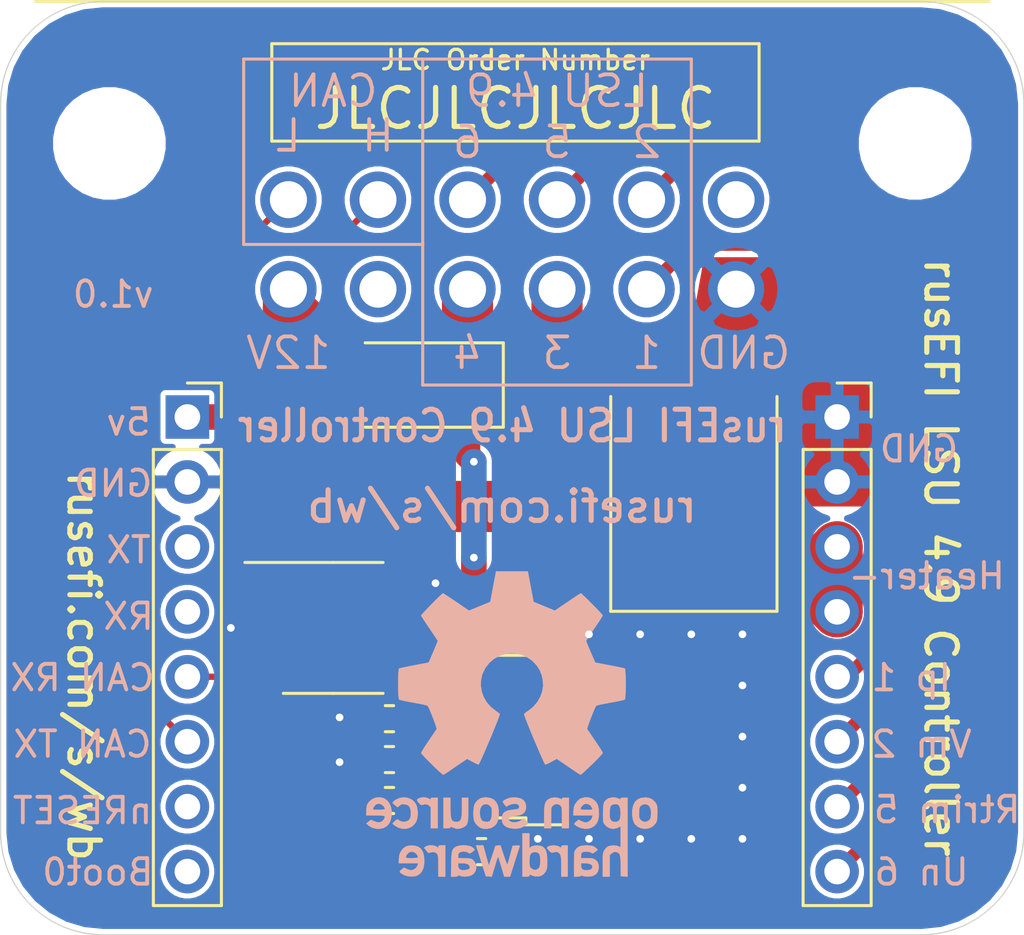
<source format=kicad_pcb>
(kicad_pcb (version 20171130) (host pcbnew "(5.1.5-0-10_14)")

  (general
    (thickness 1.6)
    (drawings 47)
    (tracks 123)
    (zones 0)
    (modules 14)
    (nets 21)
  )

  (page A4)
  (layers
    (0 F.Cu signal)
    (31 B.Cu signal)
    (32 B.Adhes user hide)
    (33 F.Adhes user hide)
    (34 B.Paste user hide)
    (35 F.Paste user hide)
    (36 B.SilkS user)
    (37 F.SilkS user)
    (38 B.Mask user hide)
    (39 F.Mask user hide)
    (40 Dwgs.User user hide)
    (41 Cmts.User user hide)
    (42 Eco1.User user hide)
    (43 Eco2.User user hide)
    (44 Edge.Cuts user)
    (45 Margin user hide)
    (46 B.CrtYd user hide)
    (47 F.CrtYd user hide)
    (48 B.Fab user hide)
    (49 F.Fab user hide)
  )

  (setup
    (last_trace_width 0.5)
    (user_trace_width 0.25)
    (user_trace_width 0.5)
    (user_trace_width 0.75)
    (user_trace_width 1)
    (user_trace_width 1.5)
    (user_trace_width 2)
    (user_trace_width 2.5)
    (trace_clearance 0.2)
    (zone_clearance 0.2)
    (zone_45_only no)
    (trace_min 0.2)
    (via_size 0.6)
    (via_drill 0.3)
    (via_min_size 0.45)
    (via_min_drill 0.2)
    (user_via 0.6 0.3)
    (uvia_size 0.6)
    (uvia_drill 0.3)
    (uvias_allowed no)
    (uvia_min_size 0.45)
    (uvia_min_drill 0.2)
    (edge_width 0.05)
    (segment_width 0.2)
    (pcb_text_width 0.3)
    (pcb_text_size 1.5 1.5)
    (mod_edge_width 0.12)
    (mod_text_size 1 1)
    (mod_text_width 0.15)
    (pad_size 3.3 2.5)
    (pad_drill 0)
    (pad_to_mask_clearance 0.051)
    (solder_mask_min_width 0.25)
    (aux_axis_origin 0 0)
    (visible_elements FFFFFF7F)
    (pcbplotparams
      (layerselection 0x010fc_ffffffff)
      (usegerberextensions false)
      (usegerberattributes false)
      (usegerberadvancedattributes false)
      (creategerberjobfile false)
      (excludeedgelayer true)
      (linewidth 0.100000)
      (plotframeref false)
      (viasonmask false)
      (mode 1)
      (useauxorigin false)
      (hpglpennumber 1)
      (hpglpenspeed 20)
      (hpglpendiameter 15.000000)
      (psnegative false)
      (psa4output false)
      (plotreference true)
      (plotvalue true)
      (plotinvisibletext false)
      (padsonsilk false)
      (subtractmaskfromsilk false)
      (outputformat 1)
      (mirror false)
      (drillshape 0)
      (scaleselection 1)
      (outputdirectory "export/"))
  )

  (net 0 "")
  (net 1 GND)
  (net 2 +5V)
  (net 3 "Net-(C3-Pad1)")
  (net 4 12V_RAW)
  (net 5 /CAN_H)
  (net 6 /CAN_L)
  (net 7 /CAN_RX)
  (net 8 /CAN_TX)
  (net 9 /LSU_Heater+)
  (net 10 /Boot0)
  (net 11 /nRESET)
  (net 12 /UART_RX)
  (net 13 /UART_TX)
  (net 14 /LSU_Un)
  (net 15 /LSU_Rtrim)
  (net 16 /LSU_Vm)
  (net 17 /LSU_Ip)
  (net 18 /LSU_Heater-)
  (net 19 "Net-(J3-Pad5)")
  (net 20 "Net-(J3-Pad7)")

  (net_class Default "This is the default net class."
    (clearance 0.2)
    (trace_width 0.25)
    (via_dia 0.6)
    (via_drill 0.3)
    (uvia_dia 0.6)
    (uvia_drill 0.3)
    (add_net +5V)
    (add_net /Boot0)
    (add_net /CAN_H)
    (add_net /CAN_L)
    (add_net /CAN_RX)
    (add_net /CAN_TX)
    (add_net /LSU_Heater+)
    (add_net /LSU_Heater-)
    (add_net /LSU_Ip)
    (add_net /LSU_Rtrim)
    (add_net /LSU_Un)
    (add_net /LSU_Vm)
    (add_net /UART_RX)
    (add_net /UART_TX)
    (add_net /nRESET)
    (add_net 12V_RAW)
    (add_net GND)
    (add_net "Net-(C3-Pad1)")
    (add_net "Net-(J3-Pad5)")
    (add_net "Net-(J3-Pad7)")
  )

  (module rusefi:JLC_PCB_TAG (layer F.Cu) (tedit 5E6E29AB) (tstamp 5FC69575)
    (at 50.6 56.4)
    (fp_text reference JLCTAG** (at 0 0.5) (layer F.SilkS) hide
      (effects (font (size 1 1) (thickness 0.15)))
    )
    (fp_text value JLC_PCB_TAG (at 0 -0.5) (layer F.Fab)
      (effects (font (size 1 1) (thickness 0.15)))
    )
    (fp_line (start 0 0) (end 19.05 0) (layer F.SilkS) (width 0.12))
    (fp_line (start 19.05 0) (end 19.05 3.81) (layer F.SilkS) (width 0.12))
    (fp_line (start 19.05 3.81) (end 0 3.81) (layer F.SilkS) (width 0.12))
    (fp_line (start 0 3.81) (end 0 0) (layer F.SilkS) (width 0.12))
    (fp_text user "JLC Order Number" (at 9.525 0.635) (layer F.SilkS)
      (effects (font (size 0.762 0.762) (thickness 0.127)))
    )
    (fp_text user JLCJLCJLCJLC (at 9.525 2.54) (layer F.SilkS)
      (effects (font (size 1.524 1.524) (thickness 0.2032)))
    )
  )

  (module Symbol:OSHW-Logo_11.4x12mm_SilkScreen (layer B.Cu) (tedit 0) (tstamp 5FC692B8)
    (at 60 83 180)
    (descr "Open Source Hardware Logo")
    (tags "Logo OSHW")
    (attr virtual)
    (fp_text reference REF** (at 0 0) (layer B.SilkS) hide
      (effects (font (size 1 1) (thickness 0.15)) (justify mirror))
    )
    (fp_text value OSHW-Logo_11.4x12mm_SilkScreen (at 0.75 0) (layer B.Fab) hide
      (effects (font (size 1 1) (thickness 0.15)) (justify mirror))
    )
    (fp_poly (pts (xy 0.746535 5.366828) (xy 0.859117 4.769637) (xy 1.274531 4.59839) (xy 1.689944 4.427143)
      (xy 2.188302 4.766022) (xy 2.327868 4.860378) (xy 2.454028 4.944625) (xy 2.560895 5.014917)
      (xy 2.642582 5.067408) (xy 2.693201 5.098251) (xy 2.706986 5.104902) (xy 2.73182 5.087797)
      (xy 2.784888 5.040511) (xy 2.86024 4.969083) (xy 2.951929 4.879555) (xy 3.054007 4.777966)
      (xy 3.160526 4.670357) (xy 3.265536 4.562768) (xy 3.363091 4.46124) (xy 3.447242 4.371814)
      (xy 3.51204 4.300529) (xy 3.551538 4.253427) (xy 3.56098 4.237663) (xy 3.547391 4.208602)
      (xy 3.509293 4.144934) (xy 3.450694 4.052888) (xy 3.375597 3.938691) (xy 3.288009 3.808571)
      (xy 3.237254 3.734354) (xy 3.144745 3.598833) (xy 3.06254 3.476539) (xy 2.99463 3.37356)
      (xy 2.945 3.295982) (xy 2.91764 3.249894) (xy 2.913529 3.240208) (xy 2.922849 3.212681)
      (xy 2.948254 3.148527) (xy 2.985911 3.056765) (xy 3.031986 2.946416) (xy 3.082646 2.8265)
      (xy 3.134059 2.706036) (xy 3.182389 2.594046) (xy 3.223806 2.499548) (xy 3.254474 2.431563)
      (xy 3.270562 2.399112) (xy 3.271511 2.397835) (xy 3.296772 2.391638) (xy 3.364046 2.377815)
      (xy 3.46636 2.357723) (xy 3.596741 2.332721) (xy 3.748216 2.304169) (xy 3.836594 2.287704)
      (xy 3.998452 2.256886) (xy 4.144649 2.227561) (xy 4.267787 2.201334) (xy 4.360469 2.179809)
      (xy 4.415301 2.16459) (xy 4.426323 2.159762) (xy 4.437119 2.127081) (xy 4.445829 2.05327)
      (xy 4.45246 1.946963) (xy 4.457018 1.816788) (xy 4.459509 1.671379) (xy 4.459938 1.519365)
      (xy 4.458311 1.369378) (xy 4.454635 1.230049) (xy 4.448915 1.11001) (xy 4.441158 1.01789)
      (xy 4.431368 0.962323) (xy 4.425496 0.950755) (xy 4.390399 0.93689) (xy 4.316028 0.917067)
      (xy 4.212223 0.893616) (xy 4.088819 0.868864) (xy 4.045741 0.860857) (xy 3.838047 0.822814)
      (xy 3.673984 0.792176) (xy 3.54813 0.767726) (xy 3.455065 0.748246) (xy 3.389367 0.732519)
      (xy 3.345617 0.719327) (xy 3.318392 0.707451) (xy 3.302272 0.695675) (xy 3.300017 0.693347)
      (xy 3.277503 0.655855) (xy 3.243158 0.58289) (xy 3.200411 0.483388) (xy 3.152692 0.366282)
      (xy 3.10343 0.240507) (xy 3.056055 0.114998) (xy 3.013995 -0.00131) (xy 2.98068 -0.099484)
      (xy 2.959541 -0.170588) (xy 2.954005 -0.205687) (xy 2.954466 -0.206917) (xy 2.973223 -0.235606)
      (xy 3.015776 -0.29873) (xy 3.077653 -0.389718) (xy 3.154382 -0.502) (xy 3.241491 -0.629005)
      (xy 3.266299 -0.665098) (xy 3.354753 -0.795948) (xy 3.432588 -0.915336) (xy 3.495566 -1.016407)
      (xy 3.539445 -1.092304) (xy 3.559985 -1.136172) (xy 3.56098 -1.141562) (xy 3.543722 -1.169889)
      (xy 3.496036 -1.226006) (xy 3.42405 -1.303882) (xy 3.333897 -1.397485) (xy 3.231705 -1.500786)
      (xy 3.123606 -1.607751) (xy 3.015728 -1.712351) (xy 2.914204 -1.808554) (xy 2.825162 -1.890329)
      (xy 2.754733 -1.951645) (xy 2.709047 -1.986471) (xy 2.696409 -1.992157) (xy 2.666991 -1.978765)
      (xy 2.606761 -1.942644) (xy 2.52553 -1.889881) (xy 2.46303 -1.847412) (xy 2.349785 -1.769485)
      (xy 2.215674 -1.677729) (xy 2.081155 -1.58612) (xy 2.008833 -1.537091) (xy 1.764038 -1.371515)
      (xy 1.558551 -1.48262) (xy 1.464936 -1.531293) (xy 1.38533 -1.569126) (xy 1.331467 -1.590703)
      (xy 1.317757 -1.593706) (xy 1.30127 -1.571538) (xy 1.268745 -1.508894) (xy 1.222609 -1.411554)
      (xy 1.16529 -1.285294) (xy 1.099216 -1.135895) (xy 1.026815 -0.969133) (xy 0.950516 -0.790787)
      (xy 0.872746 -0.606636) (xy 0.795934 -0.422457) (xy 0.722506 -0.24403) (xy 0.654892 -0.077132)
      (xy 0.59552 0.072458) (xy 0.546816 0.198962) (xy 0.51121 0.296601) (xy 0.49113 0.359598)
      (xy 0.4879 0.381234) (xy 0.513496 0.408831) (xy 0.569539 0.45363) (xy 0.644311 0.506321)
      (xy 0.650587 0.51049) (xy 0.843845 0.665186) (xy 0.999674 0.845664) (xy 1.116724 1.046153)
      (xy 1.193645 1.260881) (xy 1.229086 1.484078) (xy 1.221697 1.709974) (xy 1.170127 1.932796)
      (xy 1.073026 2.146776) (xy 1.044458 2.193591) (xy 0.895868 2.382637) (xy 0.720327 2.534443)
      (xy 0.52391 2.648221) (xy 0.312693 2.72318) (xy 0.092753 2.758533) (xy -0.129837 2.753488)
      (xy -0.348999 2.707256) (xy -0.558658 2.619049) (xy -0.752739 2.488076) (xy -0.812774 2.434918)
      (xy -0.965565 2.268516) (xy -1.076903 2.093343) (xy -1.153277 1.896989) (xy -1.195813 1.702538)
      (xy -1.206314 1.483913) (xy -1.171299 1.264203) (xy -1.094327 1.050835) (xy -0.978953 0.851233)
      (xy -0.828734 0.672826) (xy -0.647227 0.523038) (xy -0.623373 0.507249) (xy -0.547799 0.455543)
      (xy -0.490349 0.410743) (xy -0.462883 0.382138) (xy -0.462483 0.381234) (xy -0.46838 0.350291)
      (xy -0.491755 0.280064) (xy -0.530179 0.17633) (xy -0.581223 0.044865) (xy -0.642458 -0.108552)
      (xy -0.711456 -0.278146) (xy -0.785786 -0.458138) (xy -0.863022 -0.642753) (xy -0.940732 -0.826213)
      (xy -1.016489 -1.002741) (xy -1.087863 -1.166559) (xy -1.152426 -1.311892) (xy -1.207748 -1.432962)
      (xy -1.2514 -1.523992) (xy -1.280954 -1.579205) (xy -1.292856 -1.593706) (xy -1.329223 -1.582414)
      (xy -1.39727 -1.55213) (xy -1.485263 -1.508265) (xy -1.533649 -1.48262) (xy -1.739137 -1.371515)
      (xy -1.983932 -1.537091) (xy -2.108894 -1.621915) (xy -2.245705 -1.715261) (xy -2.373911 -1.803153)
      (xy -2.438129 -1.847412) (xy -2.528449 -1.908063) (xy -2.604929 -1.956126) (xy -2.657593 -1.985515)
      (xy -2.674698 -1.991727) (xy -2.699595 -1.974968) (xy -2.754695 -1.928181) (xy -2.834657 -1.856225)
      (xy -2.934139 -1.763957) (xy -3.0478 -1.656235) (xy -3.119685 -1.587071) (xy -3.245449 -1.463502)
      (xy -3.354137 -1.352979) (xy -3.441355 -1.26023) (xy -3.502711 -1.189982) (xy -3.533809 -1.146965)
      (xy -3.536792 -1.138235) (xy -3.522947 -1.105029) (xy -3.484688 -1.037887) (xy -3.426258 -0.943608)
      (xy -3.351903 -0.82899) (xy -3.265865 -0.700828) (xy -3.241397 -0.665098) (xy -3.152245 -0.535234)
      (xy -3.072262 -0.418314) (xy -3.00592 -0.320907) (xy -2.957689 -0.249584) (xy -2.932043 -0.210915)
      (xy -2.929565 -0.206917) (xy -2.933271 -0.1761) (xy -2.952939 -0.108344) (xy -2.98514 -0.012584)
      (xy -3.026445 0.102246) (xy -3.073425 0.227211) (xy -3.122651 0.353376) (xy -3.170692 0.471807)
      (xy -3.214119 0.57357) (xy -3.249504 0.649729) (xy -3.273416 0.691351) (xy -3.275116 0.693347)
      (xy -3.289738 0.705242) (xy -3.314435 0.717005) (xy -3.354628 0.729854) (xy -3.415737 0.745006)
      (xy -3.503183 0.763679) (xy -3.622388 0.78709) (xy -3.778773 0.816458) (xy -3.977757 0.853)
      (xy -4.02084 0.860857) (xy -4.148529 0.885528) (xy -4.259847 0.909662) (xy -4.344955 0.930931)
      (xy -4.394017 0.947007) (xy -4.400595 0.950755) (xy -4.411436 0.983982) (xy -4.420247 1.058234)
      (xy -4.427024 1.164879) (xy -4.43176 1.295288) (xy -4.43445 1.440828) (xy -4.435087 1.592869)
      (xy -4.433666 1.742779) (xy -4.43018 1.881927) (xy -4.424624 2.001683) (xy -4.416992 2.093414)
      (xy -4.407278 2.148489) (xy -4.401422 2.159762) (xy -4.36882 2.171132) (xy -4.294582 2.189631)
      (xy -4.186104 2.213653) (xy -4.050783 2.241593) (xy -3.896015 2.271847) (xy -3.811692 2.287704)
      (xy -3.651704 2.317611) (xy -3.509033 2.344705) (xy -3.390652 2.367624) (xy -3.303535 2.385012)
      (xy -3.254655 2.395508) (xy -3.24661 2.397835) (xy -3.233013 2.424069) (xy -3.204271 2.48726)
      (xy -3.164215 2.578378) (xy -3.116676 2.688398) (xy -3.065485 2.80829) (xy -3.014474 2.929028)
      (xy -2.967474 3.041584) (xy -2.928316 3.136929) (xy -2.900831 3.206038) (xy -2.888851 3.239881)
      (xy -2.888628 3.24136) (xy -2.902209 3.268058) (xy -2.940285 3.329495) (xy -2.998853 3.419566)
      (xy -3.073912 3.532165) (xy -3.16146 3.661185) (xy -3.212353 3.735294) (xy -3.305091 3.871178)
      (xy -3.387459 3.994546) (xy -3.455439 4.099158) (xy -3.505012 4.178772) (xy -3.532158 4.227148)
      (xy -3.536079 4.237993) (xy -3.519225 4.263235) (xy -3.472632 4.317131) (xy -3.402251 4.393642)
      (xy -3.314035 4.486732) (xy -3.213935 4.59036) (xy -3.107902 4.698491) (xy -3.001889 4.805085)
      (xy -2.901848 4.904105) (xy -2.81373 4.989513) (xy -2.743487 5.05527) (xy -2.697072 5.095339)
      (xy -2.681544 5.104902) (xy -2.656261 5.091455) (xy -2.595789 5.05368) (xy -2.506008 4.99542)
      (xy -2.392797 4.920521) (xy -2.262036 4.83283) (xy -2.1634 4.766022) (xy -1.665043 4.427143)
      (xy -1.249629 4.59839) (xy -0.834216 4.769637) (xy -0.721634 5.366828) (xy -0.609051 5.96402)
      (xy 0.633952 5.96402) (xy 0.746535 5.366828)) (layer B.SilkS) (width 0.01))
    (fp_poly (pts (xy 3.563637 -2.887472) (xy 3.64929 -2.913641) (xy 3.704437 -2.946707) (xy 3.722401 -2.972855)
      (xy 3.717457 -3.003852) (xy 3.685372 -3.052547) (xy 3.658243 -3.087035) (xy 3.602317 -3.149383)
      (xy 3.560299 -3.175615) (xy 3.52448 -3.173903) (xy 3.418224 -3.146863) (xy 3.340189 -3.148091)
      (xy 3.27682 -3.178735) (xy 3.255546 -3.19667) (xy 3.187451 -3.259779) (xy 3.187451 -4.083922)
      (xy 2.913529 -4.083922) (xy 2.913529 -2.888628) (xy 3.05049 -2.888628) (xy 3.132719 -2.891879)
      (xy 3.175144 -2.903426) (xy 3.187445 -2.925952) (xy 3.187451 -2.92662) (xy 3.19326 -2.950215)
      (xy 3.219531 -2.947138) (xy 3.255931 -2.930115) (xy 3.331111 -2.898439) (xy 3.392158 -2.879381)
      (xy 3.470708 -2.874496) (xy 3.563637 -2.887472)) (layer B.SilkS) (width 0.01))
    (fp_poly (pts (xy -1.49324 -2.909199) (xy -1.431264 -2.938802) (xy -1.371241 -2.981561) (xy -1.325514 -3.030775)
      (xy -1.292207 -3.093544) (xy -1.269445 -3.176971) (xy -1.255353 -3.288159) (xy -1.248058 -3.434209)
      (xy -1.245682 -3.622223) (xy -1.245645 -3.641912) (xy -1.245098 -4.083922) (xy -1.51902 -4.083922)
      (xy -1.51902 -3.676435) (xy -1.519215 -3.525471) (xy -1.520564 -3.416056) (xy -1.524212 -3.339933)
      (xy -1.531304 -3.288848) (xy -1.542987 -3.254545) (xy -1.560406 -3.228768) (xy -1.584671 -3.203298)
      (xy -1.669565 -3.148571) (xy -1.762239 -3.138416) (xy -1.850527 -3.173017) (xy -1.88123 -3.19877)
      (xy -1.903771 -3.222982) (xy -1.919954 -3.248912) (xy -1.930832 -3.284708) (xy -1.937458 -3.338519)
      (xy -1.940885 -3.418493) (xy -1.942166 -3.532779) (xy -1.942353 -3.671907) (xy -1.942353 -4.083922)
      (xy -2.216275 -4.083922) (xy -2.216275 -2.888628) (xy -2.079314 -2.888628) (xy -1.997084 -2.891879)
      (xy -1.95466 -2.903426) (xy -1.942359 -2.925952) (xy -1.942353 -2.92662) (xy -1.936646 -2.948681)
      (xy -1.911473 -2.946177) (xy -1.861422 -2.921937) (xy -1.747906 -2.886271) (xy -1.618055 -2.882305)
      (xy -1.49324 -2.909199)) (layer B.SilkS) (width 0.01))
    (fp_poly (pts (xy 5.303287 -2.884355) (xy 5.367051 -2.899845) (xy 5.4893 -2.956569) (xy 5.593834 -3.043202)
      (xy 5.66618 -3.147074) (xy 5.676119 -3.170396) (xy 5.689754 -3.231484) (xy 5.699298 -3.321853)
      (xy 5.702549 -3.41319) (xy 5.702549 -3.585882) (xy 5.34147 -3.585882) (xy 5.192546 -3.586445)
      (xy 5.087632 -3.589864) (xy 5.020937 -3.598731) (xy 4.986666 -3.615641) (xy 4.979028 -3.643189)
      (xy 4.992229 -3.683968) (xy 5.015877 -3.731683) (xy 5.081843 -3.811314) (xy 5.173512 -3.850987)
      (xy 5.285555 -3.849695) (xy 5.412472 -3.806514) (xy 5.522158 -3.753224) (xy 5.613173 -3.825191)
      (xy 5.704188 -3.897157) (xy 5.618563 -3.976269) (xy 5.50425 -4.051017) (xy 5.363666 -4.096084)
      (xy 5.212449 -4.108696) (xy 5.066236 -4.086079) (xy 5.042647 -4.078405) (xy 4.914141 -4.011296)
      (xy 4.818551 -3.911247) (xy 4.753861 -3.775271) (xy 4.718057 -3.60038) (xy 4.71764 -3.596632)
      (xy 4.714434 -3.406032) (xy 4.727393 -3.338035) (xy 4.980392 -3.338035) (xy 5.003627 -3.348491)
      (xy 5.06671 -3.3565) (xy 5.159706 -3.361073) (xy 5.218638 -3.361765) (xy 5.328537 -3.361332)
      (xy 5.397252 -3.358578) (xy 5.433405 -3.351321) (xy 5.445615 -3.337376) (xy 5.442504 -3.314562)
      (xy 5.439894 -3.305735) (xy 5.395344 -3.2228) (xy 5.325279 -3.15596) (xy 5.263446 -3.126589)
      (xy 5.181301 -3.128362) (xy 5.098062 -3.16499) (xy 5.028238 -3.225634) (xy 4.986337 -3.299456)
      (xy 4.980392 -3.338035) (xy 4.727393 -3.338035) (xy 4.746385 -3.238395) (xy 4.809773 -3.097711)
      (xy 4.900878 -2.987974) (xy 5.015978 -2.913174) (xy 5.151355 -2.877304) (xy 5.303287 -2.884355)) (layer B.SilkS) (width 0.01))
    (fp_poly (pts (xy 4.390976 -2.899056) (xy 4.535256 -2.960348) (xy 4.580699 -2.990185) (xy 4.638779 -3.036036)
      (xy 4.675238 -3.072089) (xy 4.681568 -3.083832) (xy 4.663693 -3.109889) (xy 4.61795 -3.154105)
      (xy 4.581328 -3.184965) (xy 4.481088 -3.26552) (xy 4.401935 -3.198918) (xy 4.340769 -3.155921)
      (xy 4.281129 -3.141079) (xy 4.212872 -3.144704) (xy 4.104482 -3.171652) (xy 4.029872 -3.227587)
      (xy 3.98453 -3.318014) (xy 3.963947 -3.448435) (xy 3.963942 -3.448517) (xy 3.965722 -3.59429)
      (xy 3.993387 -3.701245) (xy 4.048571 -3.774064) (xy 4.086192 -3.798723) (xy 4.186105 -3.829431)
      (xy 4.292822 -3.829449) (xy 4.385669 -3.799655) (xy 4.407647 -3.785098) (xy 4.462765 -3.747914)
      (xy 4.505859 -3.74182) (xy 4.552335 -3.769496) (xy 4.603716 -3.819205) (xy 4.685046 -3.903116)
      (xy 4.594749 -3.977546) (xy 4.455236 -4.061549) (xy 4.297912 -4.102947) (xy 4.133503 -4.09995)
      (xy 4.025531 -4.0725) (xy 3.899331 -4.00462) (xy 3.798401 -3.897831) (xy 3.752548 -3.822451)
      (xy 3.71541 -3.714297) (xy 3.696827 -3.577318) (xy 3.696684 -3.428864) (xy 3.714865 -3.286281)
      (xy 3.751255 -3.166918) (xy 3.756987 -3.15468) (xy 3.841865 -3.034655) (xy 3.956782 -2.947267)
      (xy 4.092659 -2.894329) (xy 4.240417 -2.877654) (xy 4.390976 -2.899056)) (layer B.SilkS) (width 0.01))
    (fp_poly (pts (xy 1.967254 -3.276245) (xy 1.969608 -3.458879) (xy 1.978207 -3.5976) (xy 1.99536 -3.698147)
      (xy 2.023374 -3.766254) (xy 2.064557 -3.807659) (xy 2.121217 -3.828097) (xy 2.191372 -3.833318)
      (xy 2.264848 -3.827468) (xy 2.320657 -3.806093) (xy 2.361109 -3.763458) (xy 2.388509 -3.693825)
      (xy 2.405167 -3.59146) (xy 2.413389 -3.450624) (xy 2.41549 -3.276245) (xy 2.41549 -2.888628)
      (xy 2.689411 -2.888628) (xy 2.689411 -4.083922) (xy 2.552451 -4.083922) (xy 2.469884 -4.080576)
      (xy 2.427368 -4.068826) (xy 2.41549 -4.04652) (xy 2.408336 -4.026654) (xy 2.379865 -4.030857)
      (xy 2.322476 -4.058971) (xy 2.190945 -4.102342) (xy 2.051438 -4.09927) (xy 1.917765 -4.052174)
      (xy 1.854108 -4.014971) (xy 1.805553 -3.974691) (xy 1.770081 -3.924291) (xy 1.745674 -3.856729)
      (xy 1.730313 -3.764965) (xy 1.721982 -3.641955) (xy 1.718662 -3.480659) (xy 1.718235 -3.355928)
      (xy 1.718235 -2.888628) (xy 1.967254 -2.888628) (xy 1.967254 -3.276245)) (layer B.SilkS) (width 0.01))
    (fp_poly (pts (xy 1.209547 -2.903364) (xy 1.335502 -2.971959) (xy 1.434047 -3.080245) (xy 1.480478 -3.168315)
      (xy 1.500412 -3.246101) (xy 1.513328 -3.356993) (xy 1.518863 -3.484738) (xy 1.516654 -3.613084)
      (xy 1.506337 -3.725779) (xy 1.494286 -3.785969) (xy 1.453634 -3.868311) (xy 1.38323 -3.95577)
      (xy 1.298382 -4.032251) (xy 1.214397 -4.081655) (xy 1.212349 -4.082439) (xy 1.108134 -4.104027)
      (xy 0.984627 -4.104562) (xy 0.867261 -4.084908) (xy 0.821942 -4.069155) (xy 0.70522 -4.002966)
      (xy 0.621624 -3.916246) (xy 0.566701 -3.801438) (xy 0.535995 -3.650982) (xy 0.529047 -3.572173)
      (xy 0.529933 -3.473145) (xy 0.796862 -3.473145) (xy 0.805854 -3.617645) (xy 0.831736 -3.72776)
      (xy 0.872868 -3.798116) (xy 0.902172 -3.818235) (xy 0.977251 -3.832265) (xy 1.066494 -3.828111)
      (xy 1.14365 -3.807922) (xy 1.163883 -3.796815) (xy 1.217265 -3.732123) (xy 1.2525 -3.633119)
      (xy 1.267498 -3.512632) (xy 1.260172 -3.383494) (xy 1.243799 -3.305775) (xy 1.19679 -3.215771)
      (xy 1.122582 -3.159509) (xy 1.033209 -3.140057) (xy 0.940707 -3.160481) (xy 0.869653 -3.210437)
      (xy 0.832312 -3.251655) (xy 0.810518 -3.292281) (xy 0.80013 -3.347264) (xy 0.797006 -3.431549)
      (xy 0.796862 -3.473145) (xy 0.529933 -3.473145) (xy 0.53093 -3.361874) (xy 0.56518 -3.189423)
      (xy 0.631802 -3.054814) (xy 0.730799 -2.95804) (xy 0.862175 -2.899094) (xy 0.890385 -2.892259)
      (xy 1.059926 -2.876213) (xy 1.209547 -2.903364)) (layer B.SilkS) (width 0.01))
    (fp_poly (pts (xy 0.027759 -2.884345) (xy 0.122059 -2.902229) (xy 0.21989 -2.939633) (xy 0.230343 -2.944402)
      (xy 0.304531 -2.983412) (xy 0.35591 -3.019664) (xy 0.372517 -3.042887) (xy 0.356702 -3.080761)
      (xy 0.318288 -3.136644) (xy 0.301237 -3.157505) (xy 0.230969 -3.239618) (xy 0.140379 -3.186168)
      (xy 0.054164 -3.150561) (xy -0.045451 -3.131529) (xy -0.140981 -3.130326) (xy -0.214939 -3.14821)
      (xy -0.232688 -3.159373) (xy -0.266488 -3.210553) (xy -0.270596 -3.269509) (xy -0.245304 -3.315567)
      (xy -0.230344 -3.324499) (xy -0.185514 -3.335592) (xy -0.106714 -3.34863) (xy -0.009574 -3.361088)
      (xy 0.008346 -3.363042) (xy 0.164365 -3.39003) (xy 0.277523 -3.435873) (xy 0.352569 -3.504803)
      (xy 0.394253 -3.601054) (xy 0.407238 -3.718617) (xy 0.389299 -3.852254) (xy 0.33105 -3.957195)
      (xy 0.232255 -4.03363) (xy 0.092682 -4.081748) (xy -0.062255 -4.100732) (xy -0.188602 -4.100504)
      (xy -0.291087 -4.083262) (xy -0.361079 -4.059457) (xy -0.449517 -4.017978) (xy -0.531246 -3.969842)
      (xy -0.560295 -3.948655) (xy -0.635 -3.887676) (xy -0.544902 -3.796508) (xy -0.454804 -3.705339)
      (xy -0.352368 -3.773128) (xy -0.249626 -3.824042) (xy -0.139913 -3.850673) (xy -0.034449 -3.853483)
      (xy 0.055546 -3.832935) (xy 0.118854 -3.789493) (xy 0.139296 -3.752838) (xy 0.136229 -3.694053)
      (xy 0.085434 -3.649099) (xy -0.012952 -3.618057) (xy -0.120744 -3.60371) (xy -0.286635 -3.576337)
      (xy -0.409876 -3.524693) (xy -0.492114 -3.447266) (xy -0.534999 -3.342544) (xy -0.54094 -3.218387)
      (xy -0.511594 -3.088702) (xy -0.444691 -2.990677) (xy -0.339629 -2.923866) (xy -0.19581 -2.88782)
      (xy -0.089262 -2.880754) (xy 0.027759 -2.884345)) (layer B.SilkS) (width 0.01))
    (fp_poly (pts (xy -2.686796 -2.916354) (xy -2.661981 -2.928037) (xy -2.576094 -2.990951) (xy -2.494879 -3.082769)
      (xy -2.434236 -3.183868) (xy -2.416988 -3.230349) (xy -2.401251 -3.313376) (xy -2.391867 -3.413713)
      (xy -2.390728 -3.455147) (xy -2.390589 -3.585882) (xy -3.143047 -3.585882) (xy -3.127007 -3.654363)
      (xy -3.087637 -3.735355) (xy -3.018806 -3.805351) (xy -2.936919 -3.850441) (xy -2.884737 -3.859804)
      (xy -2.813971 -3.848441) (xy -2.72954 -3.819943) (xy -2.700858 -3.806831) (xy -2.594791 -3.753858)
      (xy -2.504272 -3.822901) (xy -2.452039 -3.869597) (xy -2.424247 -3.90814) (xy -2.42284 -3.919452)
      (xy -2.447668 -3.946868) (xy -2.502083 -3.988532) (xy -2.551472 -4.021037) (xy -2.684748 -4.079468)
      (xy -2.834161 -4.105915) (xy -2.982249 -4.099039) (xy -3.100295 -4.063096) (xy -3.221982 -3.986101)
      (xy -3.30846 -3.884728) (xy -3.362559 -3.75357) (xy -3.387109 -3.587224) (xy -3.389286 -3.511108)
      (xy -3.380573 -3.336685) (xy -3.379503 -3.331611) (xy -3.130173 -3.331611) (xy -3.123306 -3.347968)
      (xy -3.095083 -3.356988) (xy -3.036873 -3.360854) (xy -2.940042 -3.361749) (xy -2.902757 -3.361765)
      (xy -2.789317 -3.360413) (xy -2.717378 -3.355505) (xy -2.678687 -3.34576) (xy -2.664995 -3.329899)
      (xy -2.66451 -3.324805) (xy -2.680137 -3.284326) (xy -2.719247 -3.227621) (xy -2.736061 -3.207766)
      (xy -2.798481 -3.151611) (xy -2.863547 -3.129532) (xy -2.898603 -3.127686) (xy -2.993442 -3.150766)
      (xy -3.072973 -3.212759) (xy -3.123423 -3.302802) (xy -3.124317 -3.305735) (xy -3.130173 -3.331611)
      (xy -3.379503 -3.331611) (xy -3.351601 -3.199343) (xy -3.29941 -3.089461) (xy -3.235579 -3.011461)
      (xy -3.117567 -2.926882) (xy -2.978842 -2.881686) (xy -2.83129 -2.8776) (xy -2.686796 -2.916354)) (layer B.SilkS) (width 0.01))
    (fp_poly (pts (xy -5.026753 -2.901568) (xy -4.896478 -2.959163) (xy -4.797581 -3.055334) (xy -4.729918 -3.190229)
      (xy -4.693345 -3.363996) (xy -4.690724 -3.391126) (xy -4.68867 -3.582408) (xy -4.715301 -3.750073)
      (xy -4.768999 -3.885967) (xy -4.797753 -3.929681) (xy -4.897909 -4.022198) (xy -5.025463 -4.082119)
      (xy -5.168163 -4.106985) (xy -5.31376 -4.094339) (xy -5.424438 -4.055391) (xy -5.519616 -3.989755)
      (xy -5.597406 -3.903699) (xy -5.598751 -3.901685) (xy -5.630343 -3.84857) (xy -5.650873 -3.79516)
      (xy -5.663305 -3.727754) (xy -5.670603 -3.632653) (xy -5.673818 -3.554666) (xy -5.675156 -3.483944)
      (xy -5.426186 -3.483944) (xy -5.423753 -3.554348) (xy -5.41492 -3.648068) (xy -5.399336 -3.708214)
      (xy -5.371234 -3.751006) (xy -5.344914 -3.776002) (xy -5.251608 -3.828338) (xy -5.15398 -3.835333)
      (xy -5.063058 -3.797676) (xy -5.017598 -3.755479) (xy -4.984838 -3.712956) (xy -4.965677 -3.672267)
      (xy -4.957267 -3.619314) (xy -4.956763 -3.539997) (xy -4.959355 -3.46695) (xy -4.964929 -3.362601)
      (xy -4.973766 -3.29492) (xy -4.989693 -3.250774) (xy -5.016538 -3.217031) (xy -5.037811 -3.197746)
      (xy -5.126794 -3.147086) (xy -5.222789 -3.14456) (xy -5.303281 -3.174567) (xy -5.371947 -3.237231)
      (xy -5.412856 -3.340168) (xy -5.426186 -3.483944) (xy -5.675156 -3.483944) (xy -5.676754 -3.399582)
      (xy -5.67174 -3.2836) (xy -5.656717 -3.196367) (xy -5.629624 -3.12753) (xy -5.5884 -3.066737)
      (xy -5.573115 -3.048686) (xy -5.477546 -2.958746) (xy -5.375039 -2.906211) (xy -5.249679 -2.884201)
      (xy -5.18855 -2.882402) (xy -5.026753 -2.901568)) (layer B.SilkS) (width 0.01))
    (fp_poly (pts (xy 4.025307 -4.762784) (xy 4.144337 -4.793731) (xy 4.244021 -4.8576) (xy 4.292288 -4.905313)
      (xy 4.371408 -5.018106) (xy 4.416752 -5.14895) (xy 4.43233 -5.309792) (xy 4.43241 -5.322794)
      (xy 4.432549 -5.45353) (xy 3.680091 -5.45353) (xy 3.69613 -5.52201) (xy 3.725091 -5.584031)
      (xy 3.775778 -5.648654) (xy 3.786379 -5.658971) (xy 3.877494 -5.714805) (xy 3.9814 -5.724275)
      (xy 4.101 -5.68754) (xy 4.121274 -5.677647) (xy 4.183456 -5.647574) (xy 4.225106 -5.63044)
      (xy 4.232373 -5.628855) (xy 4.25774 -5.644242) (xy 4.30612 -5.681887) (xy 4.330679 -5.702459)
      (xy 4.38157 -5.749714) (xy 4.398281 -5.780917) (xy 4.386683 -5.80962) (xy 4.380483 -5.817468)
      (xy 4.338493 -5.851819) (xy 4.269206 -5.893565) (xy 4.220882 -5.917935) (xy 4.083711 -5.960873)
      (xy 3.931847 -5.974786) (xy 3.788024 -5.9583) (xy 3.747745 -5.946496) (xy 3.623078 -5.879689)
      (xy 3.530671 -5.776892) (xy 3.46999 -5.637105) (xy 3.440498 -5.45933) (xy 3.43726 -5.366373)
      (xy 3.446714 -5.231033) (xy 3.68549 -5.231033) (xy 3.708584 -5.241038) (xy 3.770662 -5.248888)
      (xy 3.860914 -5.253521) (xy 3.922058 -5.254314) (xy 4.03204 -5.253549) (xy 4.101457 -5.24997)
      (xy 4.139538 -5.241649) (xy 4.155515 -5.226657) (xy 4.158627 -5.204903) (xy 4.137278 -5.137892)
      (xy 4.083529 -5.071664) (xy 4.012822 -5.020832) (xy 3.942089 -5.000038) (xy 3.846016 -5.018484)
      (xy 3.762849 -5.071811) (xy 3.705186 -5.148677) (xy 3.68549 -5.231033) (xy 3.446714 -5.231033)
      (xy 3.451028 -5.169291) (xy 3.49352 -5.012271) (xy 3.565635 -4.894069) (xy 3.668273 -4.81344)
      (xy 3.802332 -4.769139) (xy 3.874957 -4.760607) (xy 4.025307 -4.762784)) (layer B.SilkS) (width 0.01))
    (fp_poly (pts (xy 3.238446 -4.755883) (xy 3.334177 -4.774755) (xy 3.388677 -4.802699) (xy 3.446008 -4.849123)
      (xy 3.364441 -4.952111) (xy 3.31415 -5.014479) (xy 3.280001 -5.044907) (xy 3.246063 -5.049555)
      (xy 3.196406 -5.034586) (xy 3.173096 -5.026117) (xy 3.078063 -5.013622) (xy 2.991032 -5.040406)
      (xy 2.927138 -5.100915) (xy 2.916759 -5.120208) (xy 2.905456 -5.171314) (xy 2.896732 -5.2655)
      (xy 2.890997 -5.396089) (xy 2.88866 -5.556405) (xy 2.888627 -5.579211) (xy 2.888627 -5.976471)
      (xy 2.614705 -5.976471) (xy 2.614705 -4.756275) (xy 2.751666 -4.756275) (xy 2.830638 -4.758337)
      (xy 2.871779 -4.767513) (xy 2.886992 -4.78829) (xy 2.888627 -4.807886) (xy 2.888627 -4.859497)
      (xy 2.95424 -4.807886) (xy 3.029475 -4.772675) (xy 3.130544 -4.755265) (xy 3.238446 -4.755883)) (layer B.SilkS) (width 0.01))
    (fp_poly (pts (xy 2.056459 -4.763669) (xy 2.16142 -4.789163) (xy 2.191761 -4.802669) (xy 2.250573 -4.838046)
      (xy 2.295709 -4.87789) (xy 2.329106 -4.92912) (xy 2.352701 -4.998654) (xy 2.368433 -5.093409)
      (xy 2.378239 -5.220305) (xy 2.384057 -5.386258) (xy 2.386266 -5.497108) (xy 2.394396 -5.976471)
      (xy 2.255531 -5.976471) (xy 2.171287 -5.972938) (xy 2.127884 -5.960866) (xy 2.116666 -5.940594)
      (xy 2.110744 -5.918674) (xy 2.084266 -5.922865) (xy 2.048186 -5.940441) (xy 1.957862 -5.967382)
      (xy 1.841777 -5.974642) (xy 1.71968 -5.962767) (xy 1.611321 -5.932305) (xy 1.601602 -5.928077)
      (xy 1.502568 -5.858505) (xy 1.437281 -5.761789) (xy 1.40724 -5.648738) (xy 1.409535 -5.608122)
      (xy 1.654633 -5.608122) (xy 1.676229 -5.662782) (xy 1.740259 -5.701952) (xy 1.843565 -5.722974)
      (xy 1.898774 -5.725766) (xy 1.990782 -5.71862) (xy 2.051941 -5.690848) (xy 2.066862 -5.677647)
      (xy 2.107287 -5.605829) (xy 2.116666 -5.540686) (xy 2.116666 -5.45353) (xy 1.995269 -5.45353)
      (xy 1.854153 -5.460722) (xy 1.755173 -5.483345) (xy 1.692633 -5.522964) (xy 1.678631 -5.540628)
      (xy 1.654633 -5.608122) (xy 1.409535 -5.608122) (xy 1.413941 -5.530157) (xy 1.45888 -5.416855)
      (xy 1.520196 -5.340285) (xy 1.557332 -5.307181) (xy 1.593687 -5.285425) (xy 1.64099 -5.272161)
      (xy 1.710973 -5.264528) (xy 1.815364 -5.25967) (xy 1.85677 -5.258273) (xy 2.116666 -5.24978)
      (xy 2.116285 -5.171116) (xy 2.106219 -5.088428) (xy 2.069829 -5.038431) (xy 1.996311 -5.006489)
      (xy 1.994339 -5.00592) (xy 1.890105 -4.993361) (xy 1.788108 -5.009766) (xy 1.712305 -5.049657)
      (xy 1.68189 -5.069354) (xy 1.649132 -5.066629) (xy 1.598721 -5.038091) (xy 1.569119 -5.01795)
      (xy 1.511218 -4.974919) (xy 1.475352 -4.942662) (xy 1.469597 -4.933427) (xy 1.493295 -4.885636)
      (xy 1.563313 -4.828562) (xy 1.593725 -4.809305) (xy 1.681155 -4.77614) (xy 1.798983 -4.75735)
      (xy 1.929866 -4.753129) (xy 2.056459 -4.763669)) (layer B.SilkS) (width 0.01))
    (fp_poly (pts (xy 0.557528 -4.761332) (xy 0.656014 -4.768726) (xy 0.784776 -5.154706) (xy 0.913537 -5.540686)
      (xy 0.953911 -5.403726) (xy 0.978207 -5.319083) (xy 1.010167 -5.204697) (xy 1.044679 -5.078963)
      (xy 1.062928 -5.01152) (xy 1.131571 -4.756275) (xy 1.414773 -4.756275) (xy 1.330122 -5.023971)
      (xy 1.288435 -5.155638) (xy 1.238074 -5.314458) (xy 1.185481 -5.480128) (xy 1.13853 -5.627843)
      (xy 1.031589 -5.96402) (xy 0.800661 -5.979044) (xy 0.73805 -5.772316) (xy 0.699438 -5.643896)
      (xy 0.6573 -5.502322) (xy 0.620472 -5.377285) (xy 0.619018 -5.372309) (xy 0.591511 -5.287586)
      (xy 0.567242 -5.229778) (xy 0.550243 -5.207918) (xy 0.54675 -5.210446) (xy 0.53449 -5.244336)
      (xy 0.511195 -5.31693) (xy 0.4797 -5.419101) (xy 0.442842 -5.54172) (xy 0.422899 -5.609167)
      (xy 0.314895 -5.976471) (xy 0.085679 -5.976471) (xy -0.097561 -5.3975) (xy -0.149037 -5.235091)
      (xy -0.19593 -5.087602) (xy -0.236023 -4.96196) (xy -0.267103 -4.865095) (xy -0.286955 -4.803934)
      (xy -0.292989 -4.786065) (xy -0.288212 -4.767768) (xy -0.250703 -4.759755) (xy -0.172645 -4.760557)
      (xy -0.160426 -4.761163) (xy -0.015674 -4.768726) (xy 0.07913 -5.117353) (xy 0.113977 -5.244497)
      (xy 0.145117 -5.356265) (xy 0.169809 -5.442953) (xy 0.185312 -5.494856) (xy 0.188176 -5.503318)
      (xy 0.200046 -5.493587) (xy 0.223983 -5.443172) (xy 0.257239 -5.358935) (xy 0.297064 -5.247741)
      (xy 0.33073 -5.147297) (xy 0.459041 -4.753939) (xy 0.557528 -4.761332)) (layer B.SilkS) (width 0.01))
    (fp_poly (pts (xy -0.398432 -5.976471) (xy -0.535393 -5.976471) (xy -0.614889 -5.97414) (xy -0.656292 -5.964488)
      (xy -0.671199 -5.943525) (xy -0.672353 -5.929351) (xy -0.674867 -5.900927) (xy -0.69072 -5.895475)
      (xy -0.732379 -5.912998) (xy -0.764776 -5.929351) (xy -0.889151 -5.968103) (xy -1.024354 -5.970346)
      (xy -1.134274 -5.941444) (xy -1.236634 -5.871619) (xy -1.31466 -5.768555) (xy -1.357386 -5.646989)
      (xy -1.358474 -5.640192) (xy -1.364822 -5.566032) (xy -1.367979 -5.45957) (xy -1.367725 -5.379052)
      (xy -1.095711 -5.379052) (xy -1.08941 -5.48607) (xy -1.075075 -5.574278) (xy -1.055669 -5.62409)
      (xy -0.982254 -5.692162) (xy -0.895086 -5.716564) (xy -0.805196 -5.696831) (xy -0.728383 -5.637968)
      (xy -0.699292 -5.598379) (xy -0.682283 -5.551138) (xy -0.674316 -5.482181) (xy -0.672353 -5.378607)
      (xy -0.675866 -5.276039) (xy -0.685143 -5.185921) (xy -0.698294 -5.125613) (xy -0.700486 -5.120208)
      (xy -0.753522 -5.05594) (xy -0.830933 -5.020656) (xy -0.917546 -5.014959) (xy -0.998193 -5.039453)
      (xy -1.057703 -5.094742) (xy -1.063876 -5.105743) (xy -1.083199 -5.172827) (xy -1.093726 -5.269284)
      (xy -1.095711 -5.379052) (xy -1.367725 -5.379052) (xy -1.367596 -5.338225) (xy -1.365806 -5.272918)
      (xy -1.353627 -5.111355) (xy -1.328315 -4.990053) (xy -1.286207 -4.900379) (xy -1.223641 -4.833699)
      (xy -1.1629 -4.794557) (xy -1.078036 -4.76704) (xy -0.972485 -4.757603) (xy -0.864402 -4.76529)
      (xy -0.771942 -4.789146) (xy -0.72309 -4.817685) (xy -0.672353 -4.863601) (xy -0.672353 -4.283137)
      (xy -0.398432 -4.283137) (xy -0.398432 -5.976471)) (layer B.SilkS) (width 0.01))
    (fp_poly (pts (xy -1.967236 -4.758921) (xy -1.92997 -4.770091) (xy -1.917957 -4.794633) (xy -1.917451 -4.805712)
      (xy -1.915296 -4.836572) (xy -1.900449 -4.841417) (xy -1.860343 -4.82026) (xy -1.83652 -4.805806)
      (xy -1.761362 -4.77485) (xy -1.671594 -4.759544) (xy -1.577471 -4.758367) (xy -1.489246 -4.769799)
      (xy -1.417174 -4.79232) (xy -1.371508 -4.824409) (xy -1.362502 -4.864545) (xy -1.367047 -4.875415)
      (xy -1.400179 -4.920534) (xy -1.451555 -4.976026) (xy -1.460848 -4.984996) (xy -1.509818 -5.026245)
      (xy -1.552069 -5.039572) (xy -1.611159 -5.030271) (xy -1.634831 -5.02409) (xy -1.708496 -5.009246)
      (xy -1.76029 -5.015921) (xy -1.804031 -5.039465) (xy -1.844098 -5.071061) (xy -1.873608 -5.110798)
      (xy -1.894116 -5.166252) (xy -1.907176 -5.245003) (xy -1.914344 -5.354629) (xy -1.917176 -5.502706)
      (xy -1.917451 -5.592111) (xy -1.917451 -5.976471) (xy -2.166471 -5.976471) (xy -2.166471 -4.756275)
      (xy -2.041961 -4.756275) (xy -1.967236 -4.758921)) (layer B.SilkS) (width 0.01))
    (fp_poly (pts (xy -2.74128 -4.765922) (xy -2.62413 -4.79718) (xy -2.534949 -4.853837) (xy -2.472016 -4.928045)
      (xy -2.452452 -4.959716) (xy -2.438008 -4.992891) (xy -2.427911 -5.035329) (xy -2.421385 -5.094788)
      (xy -2.417658 -5.179029) (xy -2.415954 -5.29581) (xy -2.4155 -5.45289) (xy -2.415491 -5.494565)
      (xy -2.415491 -5.976471) (xy -2.53502 -5.976471) (xy -2.611261 -5.971131) (xy -2.667634 -5.957604)
      (xy -2.681758 -5.949262) (xy -2.72037 -5.934864) (xy -2.759808 -5.949262) (xy -2.824738 -5.967237)
      (xy -2.919055 -5.974472) (xy -3.023593 -5.971333) (xy -3.119189 -5.958186) (xy -3.175 -5.941318)
      (xy -3.283002 -5.871986) (xy -3.350497 -5.775772) (xy -3.380841 -5.647844) (xy -3.381123 -5.644559)
      (xy -3.37846 -5.587808) (xy -3.137647 -5.587808) (xy -3.116595 -5.652358) (xy -3.082303 -5.688686)
      (xy -3.013468 -5.716162) (xy -2.92261 -5.727129) (xy -2.829958 -5.721731) (xy -2.755744 -5.70011)
      (xy -2.734951 -5.686239) (xy -2.698619 -5.622143) (xy -2.689412 -5.549278) (xy -2.689412 -5.45353)
      (xy -2.827173 -5.45353) (xy -2.958047 -5.463605) (xy -3.057259 -5.492148) (xy -3.118977 -5.536639)
      (xy -3.137647 -5.587808) (xy -3.37846 -5.587808) (xy -3.374564 -5.50479) (xy -3.328466 -5.394282)
      (xy -3.2418 -5.310712) (xy -3.229821 -5.30311) (xy -3.178345 -5.278357) (xy -3.114632 -5.263368)
      (xy -3.025565 -5.256082) (xy -2.919755 -5.254407) (xy -2.689412 -5.254314) (xy -2.689412 -5.157755)
      (xy -2.699183 -5.082836) (xy -2.724116 -5.032644) (xy -2.727035 -5.029972) (xy -2.782519 -5.008015)
      (xy -2.866273 -4.999505) (xy -2.958833 -5.003687) (xy -3.04073 -5.019809) (xy -3.089327 -5.04399)
      (xy -3.115659 -5.063359) (xy -3.143465 -5.067057) (xy -3.181839 -5.051188) (xy -3.239875 -5.011855)
      (xy -3.326669 -4.945164) (xy -3.334635 -4.938916) (xy -3.330553 -4.9158) (xy -3.296499 -4.877352)
      (xy -3.24474 -4.834627) (xy -3.187545 -4.798679) (xy -3.169575 -4.790191) (xy -3.104028 -4.773252)
      (xy -3.00798 -4.76117) (xy -2.900671 -4.756323) (xy -2.895653 -4.756313) (xy -2.74128 -4.765922)) (layer B.SilkS) (width 0.01))
    (fp_poly (pts (xy -3.780091 -2.90956) (xy -3.727588 -2.935499) (xy -3.662842 -2.9807) (xy -3.615653 -3.029991)
      (xy -3.583335 -3.091885) (xy -3.563203 -3.174896) (xy -3.55257 -3.287538) (xy -3.548753 -3.438324)
      (xy -3.54853 -3.503149) (xy -3.549182 -3.645221) (xy -3.551888 -3.746757) (xy -3.557776 -3.817015)
      (xy -3.567973 -3.865256) (xy -3.583606 -3.900738) (xy -3.599872 -3.924943) (xy -3.703705 -4.027929)
      (xy -3.825979 -4.089874) (xy -3.957886 -4.108506) (xy -4.090616 -4.081549) (xy -4.132667 -4.062486)
      (xy -4.233334 -4.010015) (xy -4.233334 -4.832259) (xy -4.159865 -4.794267) (xy -4.063059 -4.764872)
      (xy -3.944072 -4.757342) (xy -3.825255 -4.771245) (xy -3.735527 -4.802476) (xy -3.661101 -4.861954)
      (xy -3.59751 -4.947066) (xy -3.592729 -4.955805) (xy -3.572563 -4.996966) (xy -3.557835 -5.038454)
      (xy -3.547697 -5.088713) (xy -3.541301 -5.156184) (xy -3.537799 -5.249309) (xy -3.536342 -5.376531)
      (xy -3.536079 -5.519701) (xy -3.536079 -5.976471) (xy -3.81 -5.976471) (xy -3.81 -5.134231)
      (xy -3.886617 -5.069763) (xy -3.966207 -5.018194) (xy -4.041578 -5.008818) (xy -4.117367 -5.032947)
      (xy -4.157759 -5.056574) (xy -4.187821 -5.090227) (xy -4.209203 -5.141087) (xy -4.22355 -5.216334)
      (xy -4.23251 -5.323146) (xy -4.23773 -5.468704) (xy -4.239569 -5.565588) (xy -4.245785 -5.96402)
      (xy -4.37652 -5.971547) (xy -4.507255 -5.979073) (xy -4.507255 -3.506582) (xy -4.233334 -3.506582)
      (xy -4.22635 -3.644423) (xy -4.202818 -3.740107) (xy -4.158865 -3.799641) (xy -4.090618 -3.829029)
      (xy -4.021667 -3.834902) (xy -3.943614 -3.828154) (xy -3.891811 -3.801594) (xy -3.859417 -3.766499)
      (xy -3.833916 -3.728752) (xy -3.818735 -3.6867) (xy -3.811981 -3.627779) (xy -3.811759 -3.539428)
      (xy -3.814032 -3.465448) (xy -3.819251 -3.354) (xy -3.827021 -3.280833) (xy -3.840105 -3.234422)
      (xy -3.861268 -3.203244) (xy -3.88124 -3.185223) (xy -3.964686 -3.145925) (xy -4.063449 -3.139579)
      (xy -4.120159 -3.153116) (xy -4.176308 -3.201233) (xy -4.213501 -3.294833) (xy -4.231528 -3.433254)
      (xy -4.233334 -3.506582) (xy -4.507255 -3.506582) (xy -4.507255 -2.888628) (xy -4.370295 -2.888628)
      (xy -4.288065 -2.891879) (xy -4.24564 -2.903426) (xy -4.233339 -2.925952) (xy -4.233334 -2.92662)
      (xy -4.227626 -2.948681) (xy -4.202453 -2.946176) (xy -4.152402 -2.921935) (xy -4.035781 -2.884851)
      (xy -3.904571 -2.880953) (xy -3.780091 -2.90956)) (layer B.SilkS) (width 0.01))
  )

  (module Package_TO_SOT_SMD:TO-252-2 (layer F.Cu) (tedit 5A70A390) (tstamp 5FC68E39)
    (at 63 83.5)
    (descr "TO-252 / DPAK SMD package, http://www.infineon.com/cms/en/product/packages/PG-TO252/PG-TO252-3-1/")
    (tags "DPAK TO-252 DPAK-3 TO-252-3 SOT-428")
    (path /5FB67A82)
    (attr smd)
    (fp_text reference U2 (at 0 -4.5) (layer F.SilkS) hide
      (effects (font (size 1 1) (thickness 0.15)))
    )
    (fp_text value LM78M05_TO252 (at 0 4.5) (layer F.Fab)
      (effects (font (size 1 1) (thickness 0.15)))
    )
    (fp_text user %R (at 0 0) (layer F.Fab) hide
      (effects (font (size 1 1) (thickness 0.15)))
    )
    (fp_line (start 5.55 -3.5) (end -5.55 -3.5) (layer F.CrtYd) (width 0.05))
    (fp_line (start 5.55 3.5) (end 5.55 -3.5) (layer F.CrtYd) (width 0.05))
    (fp_line (start -5.55 3.5) (end 5.55 3.5) (layer F.CrtYd) (width 0.05))
    (fp_line (start -5.55 -3.5) (end -5.55 3.5) (layer F.CrtYd) (width 0.05))
    (fp_line (start -2.47 3.18) (end -3.57 3.18) (layer F.SilkS) (width 0.12))
    (fp_line (start -2.47 3.45) (end -2.47 3.18) (layer F.SilkS) (width 0.12))
    (fp_line (start -0.97 3.45) (end -2.47 3.45) (layer F.SilkS) (width 0.12))
    (fp_line (start -2.47 -3.18) (end -5.3 -3.18) (layer F.SilkS) (width 0.12))
    (fp_line (start -2.47 -3.45) (end -2.47 -3.18) (layer F.SilkS) (width 0.12))
    (fp_line (start -0.97 -3.45) (end -2.47 -3.45) (layer F.SilkS) (width 0.12))
    (fp_line (start -4.97 2.655) (end -2.27 2.655) (layer F.Fab) (width 0.1))
    (fp_line (start -4.97 1.905) (end -4.97 2.655) (layer F.Fab) (width 0.1))
    (fp_line (start -2.27 1.905) (end -4.97 1.905) (layer F.Fab) (width 0.1))
    (fp_line (start -4.97 -1.905) (end -2.27 -1.905) (layer F.Fab) (width 0.1))
    (fp_line (start -4.97 -2.655) (end -4.97 -1.905) (layer F.Fab) (width 0.1))
    (fp_line (start -1.865 -2.655) (end -4.97 -2.655) (layer F.Fab) (width 0.1))
    (fp_line (start -1.27 -3.25) (end 3.95 -3.25) (layer F.Fab) (width 0.1))
    (fp_line (start -2.27 -2.25) (end -1.27 -3.25) (layer F.Fab) (width 0.1))
    (fp_line (start -2.27 3.25) (end -2.27 -2.25) (layer F.Fab) (width 0.1))
    (fp_line (start 3.95 3.25) (end -2.27 3.25) (layer F.Fab) (width 0.1))
    (fp_line (start 3.95 -3.25) (end 3.95 3.25) (layer F.Fab) (width 0.1))
    (fp_line (start 4.95 2.7) (end 3.95 2.7) (layer F.Fab) (width 0.1))
    (fp_line (start 4.95 -2.7) (end 4.95 2.7) (layer F.Fab) (width 0.1))
    (fp_line (start 3.95 -2.7) (end 4.95 -2.7) (layer F.Fab) (width 0.1))
    (pad "" smd rect (at 0.425 1.525) (size 3.05 2.75) (layers F.Paste))
    (pad "" smd rect (at 3.775 -1.525) (size 3.05 2.75) (layers F.Paste))
    (pad "" smd rect (at 0.425 -1.525) (size 3.05 2.75) (layers F.Paste))
    (pad "" smd rect (at 3.775 1.525) (size 3.05 2.75) (layers F.Paste))
    (pad 2 smd rect (at 2.1 0) (size 6.4 5.8) (layers F.Cu F.Mask)
      (net 1 GND))
    (pad 3 smd rect (at -4.2 2.28) (size 2.2 1.2) (layers F.Cu F.Paste F.Mask)
      (net 2 +5V))
    (pad 1 smd rect (at -4.2 -2.28) (size 2.2 1.2) (layers F.Cu F.Paste F.Mask)
      (net 9 /LSU_Heater+))
    (model ${KISYS3DMOD}/Package_TO_SOT_SMD.3dshapes/TO-252-2.wrl
      (at (xyz 0 0 0))
      (scale (xyz 1 1 1))
      (rotate (xyz 0 0 0))
    )
  )

  (module Package_SO:SOIC-8_3.9x4.9mm_P1.27mm (layer F.Cu) (tedit 5D9F72B1) (tstamp 5FC36F6A)
    (at 53 79.25)
    (descr "SOIC, 8 Pin (JEDEC MS-012AA, https://www.analog.com/media/en/package-pcb-resources/package/pkg_pdf/soic_narrow-r/r_8.pdf), generated with kicad-footprint-generator ipc_gullwing_generator.py")
    (tags "SOIC SO")
    (path /5FB6A2CB)
    (attr smd)
    (fp_text reference U1 (at 0 -3.4) (layer F.SilkS) hide
      (effects (font (size 1 1) (thickness 0.15)))
    )
    (fp_text value TJA1051T-3 (at 0 3.4) (layer F.Fab)
      (effects (font (size 1 1) (thickness 0.15)))
    )
    (fp_text user %R (at 0 0) (layer F.Fab) hide
      (effects (font (size 0.98 0.98) (thickness 0.15)))
    )
    (fp_line (start 3.7 -2.7) (end -3.7 -2.7) (layer F.CrtYd) (width 0.05))
    (fp_line (start 3.7 2.7) (end 3.7 -2.7) (layer F.CrtYd) (width 0.05))
    (fp_line (start -3.7 2.7) (end 3.7 2.7) (layer F.CrtYd) (width 0.05))
    (fp_line (start -3.7 -2.7) (end -3.7 2.7) (layer F.CrtYd) (width 0.05))
    (fp_line (start -1.95 -1.475) (end -0.975 -2.45) (layer F.Fab) (width 0.1))
    (fp_line (start -1.95 2.45) (end -1.95 -1.475) (layer F.Fab) (width 0.1))
    (fp_line (start 1.95 2.45) (end -1.95 2.45) (layer F.Fab) (width 0.1))
    (fp_line (start 1.95 -2.45) (end 1.95 2.45) (layer F.Fab) (width 0.1))
    (fp_line (start -0.975 -2.45) (end 1.95 -2.45) (layer F.Fab) (width 0.1))
    (fp_line (start 0 -2.56) (end -3.45 -2.56) (layer F.SilkS) (width 0.12))
    (fp_line (start 0 -2.56) (end 1.95 -2.56) (layer F.SilkS) (width 0.12))
    (fp_line (start 0 2.56) (end -1.95 2.56) (layer F.SilkS) (width 0.12))
    (fp_line (start 0 2.56) (end 1.95 2.56) (layer F.SilkS) (width 0.12))
    (pad 8 smd roundrect (at 2.475 -1.905) (size 1.95 0.6) (layers F.Cu F.Paste F.Mask) (roundrect_rratio 0.25)
      (net 1 GND))
    (pad 7 smd roundrect (at 2.475 -0.635) (size 1.95 0.6) (layers F.Cu F.Paste F.Mask) (roundrect_rratio 0.25)
      (net 5 /CAN_H))
    (pad 6 smd roundrect (at 2.475 0.635) (size 1.95 0.6) (layers F.Cu F.Paste F.Mask) (roundrect_rratio 0.25)
      (net 6 /CAN_L))
    (pad 5 smd roundrect (at 2.475 1.905) (size 1.95 0.6) (layers F.Cu F.Paste F.Mask) (roundrect_rratio 0.25)
      (net 3 "Net-(C3-Pad1)"))
    (pad 4 smd roundrect (at -2.475 1.905) (size 1.95 0.6) (layers F.Cu F.Paste F.Mask) (roundrect_rratio 0.25)
      (net 7 /CAN_RX))
    (pad 3 smd roundrect (at -2.475 0.635) (size 1.95 0.6) (layers F.Cu F.Paste F.Mask) (roundrect_rratio 0.25)
      (net 2 +5V))
    (pad 2 smd roundrect (at -2.475 -0.635) (size 1.95 0.6) (layers F.Cu F.Paste F.Mask) (roundrect_rratio 0.25)
      (net 1 GND))
    (pad 1 smd roundrect (at -2.475 -1.905) (size 1.95 0.6) (layers F.Cu F.Paste F.Mask) (roundrect_rratio 0.25)
      (net 8 /CAN_TX))
    (model ${KISYS3DMOD}/Package_SO.3dshapes/SOIC-8_3.9x4.9mm_P1.27mm.wrl
      (at (xyz 0 0 0))
      (scale (xyz 1 1 1))
      (rotate (xyz 0 0 0))
    )
  )

  (module Resistor_SMD:R_0603_1608Metric (layer F.Cu) (tedit 5B301BBD) (tstamp 5FC36F50)
    (at 55.2 82.8 180)
    (descr "Resistor SMD 0603 (1608 Metric), square (rectangular) end terminal, IPC_7351 nominal, (Body size source: http://www.tortai-tech.com/upload/download/2011102023233369053.pdf), generated with kicad-footprint-generator")
    (tags resistor)
    (path /5FB834DF)
    (attr smd)
    (fp_text reference R2 (at 0 -1.43) (layer F.SilkS) hide
      (effects (font (size 1 1) (thickness 0.15)))
    )
    (fp_text value 470 (at 0 1.43) (layer F.Fab)
      (effects (font (size 1 1) (thickness 0.15)))
    )
    (fp_text user %R (at 0 0) (layer F.Fab) hide
      (effects (font (size 0.4 0.4) (thickness 0.06)))
    )
    (fp_line (start 1.48 0.73) (end -1.48 0.73) (layer F.CrtYd) (width 0.05))
    (fp_line (start 1.48 -0.73) (end 1.48 0.73) (layer F.CrtYd) (width 0.05))
    (fp_line (start -1.48 -0.73) (end 1.48 -0.73) (layer F.CrtYd) (width 0.05))
    (fp_line (start -1.48 0.73) (end -1.48 -0.73) (layer F.CrtYd) (width 0.05))
    (fp_line (start -0.162779 0.51) (end 0.162779 0.51) (layer F.SilkS) (width 0.12))
    (fp_line (start -0.162779 -0.51) (end 0.162779 -0.51) (layer F.SilkS) (width 0.12))
    (fp_line (start 0.8 0.4) (end -0.8 0.4) (layer F.Fab) (width 0.1))
    (fp_line (start 0.8 -0.4) (end 0.8 0.4) (layer F.Fab) (width 0.1))
    (fp_line (start -0.8 -0.4) (end 0.8 -0.4) (layer F.Fab) (width 0.1))
    (fp_line (start -0.8 0.4) (end -0.8 -0.4) (layer F.Fab) (width 0.1))
    (pad 2 smd roundrect (at 0.7875 0 180) (size 0.875 0.95) (layers F.Cu F.Paste F.Mask) (roundrect_rratio 0.25)
      (net 1 GND))
    (pad 1 smd roundrect (at -0.7875 0 180) (size 0.875 0.95) (layers F.Cu F.Paste F.Mask) (roundrect_rratio 0.25)
      (net 3 "Net-(C3-Pad1)"))
    (model ${KISYS3DMOD}/Resistor_SMD.3dshapes/R_0603_1608Metric.wrl
      (at (xyz 0 0 0))
      (scale (xyz 1 1 1))
      (rotate (xyz 0 0 0))
    )
  )

  (module Resistor_SMD:R_0603_1608Metric (layer F.Cu) (tedit 5B301BBD) (tstamp 5FC36F3F)
    (at 55.2 86 180)
    (descr "Resistor SMD 0603 (1608 Metric), square (rectangular) end terminal, IPC_7351 nominal, (Body size source: http://www.tortai-tech.com/upload/download/2011102023233369053.pdf), generated with kicad-footprint-generator")
    (tags resistor)
    (path /5FB83149)
    (attr smd)
    (fp_text reference R1 (at 0 -1.43) (layer F.SilkS) hide
      (effects (font (size 1 1) (thickness 0.15)))
    )
    (fp_text value 220 (at 0 1.43) (layer F.Fab)
      (effects (font (size 1 1) (thickness 0.15)))
    )
    (fp_text user %R (at 0 0) (layer F.Fab) hide
      (effects (font (size 0.4 0.4) (thickness 0.06)))
    )
    (fp_line (start 1.48 0.73) (end -1.48 0.73) (layer F.CrtYd) (width 0.05))
    (fp_line (start 1.48 -0.73) (end 1.48 0.73) (layer F.CrtYd) (width 0.05))
    (fp_line (start -1.48 -0.73) (end 1.48 -0.73) (layer F.CrtYd) (width 0.05))
    (fp_line (start -1.48 0.73) (end -1.48 -0.73) (layer F.CrtYd) (width 0.05))
    (fp_line (start -0.162779 0.51) (end 0.162779 0.51) (layer F.SilkS) (width 0.12))
    (fp_line (start -0.162779 -0.51) (end 0.162779 -0.51) (layer F.SilkS) (width 0.12))
    (fp_line (start 0.8 0.4) (end -0.8 0.4) (layer F.Fab) (width 0.1))
    (fp_line (start 0.8 -0.4) (end 0.8 0.4) (layer F.Fab) (width 0.1))
    (fp_line (start -0.8 -0.4) (end 0.8 -0.4) (layer F.Fab) (width 0.1))
    (fp_line (start -0.8 0.4) (end -0.8 -0.4) (layer F.Fab) (width 0.1))
    (pad 2 smd roundrect (at 0.7875 0 180) (size 0.875 0.95) (layers F.Cu F.Paste F.Mask) (roundrect_rratio 0.25)
      (net 3 "Net-(C3-Pad1)"))
    (pad 1 smd roundrect (at -0.7875 0 180) (size 0.875 0.95) (layers F.Cu F.Paste F.Mask) (roundrect_rratio 0.25)
      (net 2 +5V))
    (model ${KISYS3DMOD}/Resistor_SMD.3dshapes/R_0603_1608Metric.wrl
      (at (xyz 0 0 0))
      (scale (xyz 1 1 1))
      (rotate (xyz 0 0 0))
    )
  )

  (module Diode_SMD:D_SMA (layer F.Cu) (tedit 586432E5) (tstamp 5FC36E9C)
    (at 56.25 69.75 180)
    (descr "Diode SMA (DO-214AC)")
    (tags "Diode SMA (DO-214AC)")
    (path /5FB62745)
    (attr smd)
    (fp_text reference D2 (at 0 -2.5) (layer F.SilkS) hide
      (effects (font (size 1 1) (thickness 0.15)))
    )
    (fp_text value D_Schottky (at 0 2.6) (layer F.Fab)
      (effects (font (size 1 1) (thickness 0.15)))
    )
    (fp_line (start -3.4 -1.65) (end 2 -1.65) (layer F.SilkS) (width 0.12))
    (fp_line (start -3.4 1.65) (end 2 1.65) (layer F.SilkS) (width 0.12))
    (fp_line (start -0.64944 0.00102) (end 0.50118 -0.79908) (layer F.Fab) (width 0.1))
    (fp_line (start -0.64944 0.00102) (end 0.50118 0.75032) (layer F.Fab) (width 0.1))
    (fp_line (start 0.50118 0.75032) (end 0.50118 -0.79908) (layer F.Fab) (width 0.1))
    (fp_line (start -0.64944 -0.79908) (end -0.64944 0.80112) (layer F.Fab) (width 0.1))
    (fp_line (start 0.50118 0.00102) (end 1.4994 0.00102) (layer F.Fab) (width 0.1))
    (fp_line (start -0.64944 0.00102) (end -1.55114 0.00102) (layer F.Fab) (width 0.1))
    (fp_line (start -3.5 1.75) (end -3.5 -1.75) (layer F.CrtYd) (width 0.05))
    (fp_line (start 3.5 1.75) (end -3.5 1.75) (layer F.CrtYd) (width 0.05))
    (fp_line (start 3.5 -1.75) (end 3.5 1.75) (layer F.CrtYd) (width 0.05))
    (fp_line (start -3.5 -1.75) (end 3.5 -1.75) (layer F.CrtYd) (width 0.05))
    (fp_line (start 2.3 -1.5) (end -2.3 -1.5) (layer F.Fab) (width 0.1))
    (fp_line (start 2.3 -1.5) (end 2.3 1.5) (layer F.Fab) (width 0.1))
    (fp_line (start -2.3 1.5) (end -2.3 -1.5) (layer F.Fab) (width 0.1))
    (fp_line (start 2.3 1.5) (end -2.3 1.5) (layer F.Fab) (width 0.1))
    (fp_line (start -3.4 -1.65) (end -3.4 1.65) (layer F.SilkS) (width 0.12))
    (fp_text user %R (at 0 -2.5) (layer F.Fab) hide
      (effects (font (size 1 1) (thickness 0.15)))
    )
    (pad 2 smd rect (at 2 0 180) (size 2.5 1.8) (layers F.Cu F.Paste F.Mask)
      (net 4 12V_RAW))
    (pad 1 smd rect (at -2 0 180) (size 2.5 1.8) (layers F.Cu F.Paste F.Mask)
      (net 9 /LSU_Heater+))
    (model ${KISYS3DMOD}/Diode_SMD.3dshapes/D_SMA.wrl
      (at (xyz 0 0 0))
      (scale (xyz 1 1 1))
      (rotate (xyz 0 0 0))
    )
  )

  (module Diode_SMD:D_SMC (layer F.Cu) (tedit 5FC34A03) (tstamp 5FC36E84)
    (at 67.1 73.8 90)
    (descr "Diode SMC (DO-214AB)")
    (tags "Diode SMC (DO-214AB)")
    (path /5FB63423)
    (attr smd)
    (fp_text reference D1 (at 0 -4.1 90) (layer F.SilkS) hide
      (effects (font (size 1 1) (thickness 0.15)))
    )
    (fp_text value D_TVS (at 0 4.2 90) (layer F.Fab)
      (effects (font (size 1 1) (thickness 0.15)))
    )
    (fp_line (start -4.8 -3.25) (end 3.6 -3.25) (layer F.SilkS) (width 0.12))
    (fp_line (start -4.8 3.25) (end 3.6 3.25) (layer F.SilkS) (width 0.12))
    (fp_line (start -0.64944 0.00102) (end 0.50118 -0.79908) (layer F.Fab) (width 0.1))
    (fp_line (start -0.64944 0.00102) (end 0.50118 0.75032) (layer F.Fab) (width 0.1))
    (fp_line (start 0.50118 0.75032) (end 0.50118 -0.79908) (layer F.Fab) (width 0.1))
    (fp_line (start -0.64944 -0.79908) (end -0.64944 0.80112) (layer F.Fab) (width 0.1))
    (fp_line (start 0.50118 0.00102) (end 1.4994 0.00102) (layer F.Fab) (width 0.1))
    (fp_line (start -0.64944 0.00102) (end -1.55114 0.00102) (layer F.Fab) (width 0.1))
    (fp_line (start -4.9 3.35) (end -4.9 -3.35) (layer F.CrtYd) (width 0.05))
    (fp_line (start 4.9 3.35) (end -4.9 3.35) (layer F.CrtYd) (width 0.05))
    (fp_line (start 4.9 -3.35) (end 4.9 3.35) (layer F.CrtYd) (width 0.05))
    (fp_line (start -4.9 -3.35) (end 4.9 -3.35) (layer F.CrtYd) (width 0.05))
    (fp_line (start 3.55 -3.1) (end -3.55 -3.1) (layer F.Fab) (width 0.1))
    (fp_line (start 3.55 -3.1) (end 3.55 3.1) (layer F.Fab) (width 0.1))
    (fp_line (start -3.55 3.1) (end -3.55 -3.1) (layer F.Fab) (width 0.1))
    (fp_line (start 3.55 3.1) (end -3.55 3.1) (layer F.Fab) (width 0.1))
    (fp_line (start -4.8 3.25) (end -4.8 -3.25) (layer F.SilkS) (width 0.12))
    (fp_text user %R (at 0 -1.9 90) (layer F.Fab) hide
      (effects (font (size 1 1) (thickness 0.15)))
    )
    (pad 2 smd rect (at 3.4 0 180) (size 3.3 2.5) (layers F.Cu F.Paste F.Mask)
      (net 1 GND) (zone_connect 2))
    (pad 1 smd rect (at -3.4 0 180) (size 3.3 2.5) (layers F.Cu F.Paste F.Mask)
      (net 4 12V_RAW))
    (model ${KISYS3DMOD}/Diode_SMD.3dshapes/D_SMC.wrl
      (at (xyz 0 0 0))
      (scale (xyz 1 1 1))
      (rotate (xyz 0 0 0))
    )
  )

  (module Capacitor_SMD:C_0603_1608Metric (layer F.Cu) (tedit 5B301BBE) (tstamp 5FC36E6C)
    (at 55.2 84.4 180)
    (descr "Capacitor SMD 0603 (1608 Metric), square (rectangular) end terminal, IPC_7351 nominal, (Body size source: http://www.tortai-tech.com/upload/download/2011102023233369053.pdf), generated with kicad-footprint-generator")
    (tags capacitor)
    (path /5FB842B4)
    (attr smd)
    (fp_text reference C3 (at 0 -1.43) (layer F.SilkS) hide
      (effects (font (size 1 1) (thickness 0.15)))
    )
    (fp_text value 1u (at 0 1.43) (layer F.Fab)
      (effects (font (size 1 1) (thickness 0.15)))
    )
    (fp_text user %R (at 0 0) (layer F.Fab) hide
      (effects (font (size 0.4 0.4) (thickness 0.06)))
    )
    (fp_line (start 1.48 0.73) (end -1.48 0.73) (layer F.CrtYd) (width 0.05))
    (fp_line (start 1.48 -0.73) (end 1.48 0.73) (layer F.CrtYd) (width 0.05))
    (fp_line (start -1.48 -0.73) (end 1.48 -0.73) (layer F.CrtYd) (width 0.05))
    (fp_line (start -1.48 0.73) (end -1.48 -0.73) (layer F.CrtYd) (width 0.05))
    (fp_line (start -0.162779 0.51) (end 0.162779 0.51) (layer F.SilkS) (width 0.12))
    (fp_line (start -0.162779 -0.51) (end 0.162779 -0.51) (layer F.SilkS) (width 0.12))
    (fp_line (start 0.8 0.4) (end -0.8 0.4) (layer F.Fab) (width 0.1))
    (fp_line (start 0.8 -0.4) (end 0.8 0.4) (layer F.Fab) (width 0.1))
    (fp_line (start -0.8 -0.4) (end 0.8 -0.4) (layer F.Fab) (width 0.1))
    (fp_line (start -0.8 0.4) (end -0.8 -0.4) (layer F.Fab) (width 0.1))
    (pad 2 smd roundrect (at 0.7875 0 180) (size 0.875 0.95) (layers F.Cu F.Paste F.Mask) (roundrect_rratio 0.25)
      (net 1 GND))
    (pad 1 smd roundrect (at -0.7875 0 180) (size 0.875 0.95) (layers F.Cu F.Paste F.Mask) (roundrect_rratio 0.25)
      (net 3 "Net-(C3-Pad1)"))
    (model ${KISYS3DMOD}/Capacitor_SMD.3dshapes/C_0603_1608Metric.wrl
      (at (xyz 0 0 0))
      (scale (xyz 1 1 1))
      (rotate (xyz 0 0 0))
    )
  )

  (module Capacitor_SMD:C_0603_1608Metric (layer F.Cu) (tedit 5B301BBE) (tstamp 5FC36E5B)
    (at 58.8 88)
    (descr "Capacitor SMD 0603 (1608 Metric), square (rectangular) end terminal, IPC_7351 nominal, (Body size source: http://www.tortai-tech.com/upload/download/2011102023233369053.pdf), generated with kicad-footprint-generator")
    (tags capacitor)
    (path /5FB6D1DC)
    (attr smd)
    (fp_text reference C2 (at 0 -1.43) (layer F.SilkS) hide
      (effects (font (size 1 1) (thickness 0.15)))
    )
    (fp_text value 1u (at 0 1.43) (layer F.Fab)
      (effects (font (size 1 1) (thickness 0.15)))
    )
    (fp_text user %R (at 0 0) (layer F.Fab) hide
      (effects (font (size 0.4 0.4) (thickness 0.06)))
    )
    (fp_line (start 1.48 0.73) (end -1.48 0.73) (layer F.CrtYd) (width 0.05))
    (fp_line (start 1.48 -0.73) (end 1.48 0.73) (layer F.CrtYd) (width 0.05))
    (fp_line (start -1.48 -0.73) (end 1.48 -0.73) (layer F.CrtYd) (width 0.05))
    (fp_line (start -1.48 0.73) (end -1.48 -0.73) (layer F.CrtYd) (width 0.05))
    (fp_line (start -0.162779 0.51) (end 0.162779 0.51) (layer F.SilkS) (width 0.12))
    (fp_line (start -0.162779 -0.51) (end 0.162779 -0.51) (layer F.SilkS) (width 0.12))
    (fp_line (start 0.8 0.4) (end -0.8 0.4) (layer F.Fab) (width 0.1))
    (fp_line (start 0.8 -0.4) (end 0.8 0.4) (layer F.Fab) (width 0.1))
    (fp_line (start -0.8 -0.4) (end 0.8 -0.4) (layer F.Fab) (width 0.1))
    (fp_line (start -0.8 0.4) (end -0.8 -0.4) (layer F.Fab) (width 0.1))
    (pad 2 smd roundrect (at 0.7875 0) (size 0.875 0.95) (layers F.Cu F.Paste F.Mask) (roundrect_rratio 0.25)
      (net 1 GND))
    (pad 1 smd roundrect (at -0.7875 0) (size 0.875 0.95) (layers F.Cu F.Paste F.Mask) (roundrect_rratio 0.25)
      (net 2 +5V))
    (model ${KISYS3DMOD}/Capacitor_SMD.3dshapes/C_0603_1608Metric.wrl
      (at (xyz 0 0 0))
      (scale (xyz 1 1 1))
      (rotate (xyz 0 0 0))
    )
  )

  (module Capacitor_SMD:C_0603_1608Metric (layer F.Cu) (tedit 5B301BBE) (tstamp 5FC36E4A)
    (at 60.9 79.1)
    (descr "Capacitor SMD 0603 (1608 Metric), square (rectangular) end terminal, IPC_7351 nominal, (Body size source: http://www.tortai-tech.com/upload/download/2011102023233369053.pdf), generated with kicad-footprint-generator")
    (tags capacitor)
    (path /5FB64467)
    (attr smd)
    (fp_text reference C1 (at 0 -1.43) (layer F.SilkS) hide
      (effects (font (size 1 1) (thickness 0.15)))
    )
    (fp_text value 1u (at 0 1.43) (layer F.Fab)
      (effects (font (size 1 1) (thickness 0.15)))
    )
    (fp_text user %R (at 0 0) (layer F.Fab) hide
      (effects (font (size 0.4 0.4) (thickness 0.06)))
    )
    (fp_line (start 1.48 0.73) (end -1.48 0.73) (layer F.CrtYd) (width 0.05))
    (fp_line (start 1.48 -0.73) (end 1.48 0.73) (layer F.CrtYd) (width 0.05))
    (fp_line (start -1.48 -0.73) (end 1.48 -0.73) (layer F.CrtYd) (width 0.05))
    (fp_line (start -1.48 0.73) (end -1.48 -0.73) (layer F.CrtYd) (width 0.05))
    (fp_line (start -0.162779 0.51) (end 0.162779 0.51) (layer F.SilkS) (width 0.12))
    (fp_line (start -0.162779 -0.51) (end 0.162779 -0.51) (layer F.SilkS) (width 0.12))
    (fp_line (start 0.8 0.4) (end -0.8 0.4) (layer F.Fab) (width 0.1))
    (fp_line (start 0.8 -0.4) (end 0.8 0.4) (layer F.Fab) (width 0.1))
    (fp_line (start -0.8 -0.4) (end 0.8 -0.4) (layer F.Fab) (width 0.1))
    (fp_line (start -0.8 0.4) (end -0.8 -0.4) (layer F.Fab) (width 0.1))
    (pad 2 smd roundrect (at 0.7875 0) (size 0.875 0.95) (layers F.Cu F.Paste F.Mask) (roundrect_rratio 0.25)
      (net 1 GND))
    (pad 1 smd roundrect (at -0.7875 0) (size 0.875 0.95) (layers F.Cu F.Paste F.Mask) (roundrect_rratio 0.25)
      (net 9 /LSU_Heater+))
    (model ${KISYS3DMOD}/Capacitor_SMD.3dshapes/C_0603_1608Metric.wrl
      (at (xyz 0 0 0))
      (scale (xyz 1 1 1))
      (rotate (xyz 0 0 0))
    )
  )

  (module mx120:mx120g-12 locked (layer F.Cu) (tedit 5FC300AB) (tstamp 5FC36794)
    (at 60 66)
    (path /5FD3D185)
    (fp_text reference J3 (at 0 2.75) (layer F.SilkS) hide
      (effects (font (size 1 1) (thickness 0.15)))
    )
    (fp_text value Conn_02x06_Top_Bottom (at 0 -6.5) (layer F.Fab)
      (effects (font (size 1 1) (thickness 0.15)))
    )
    (fp_text user "^ PCB Edge ^" (at 0 -10.25) (layer F.Fab)
      (effects (font (size 1 1) (thickness 0.15)))
    )
    (fp_line (start 18.65 -11.25) (end -18.65 -11.25) (layer F.SilkS) (width 0.12))
    (pad "" np_thru_hole circle (at -15.75 -5.7) (size 4 4) (drill 4) (layers *.Cu *.Mask))
    (pad "" np_thru_hole circle (at 15.75 -5.7) (size 4 4) (drill 4) (layers *.Cu *.Mask))
    (pad 12 thru_hole circle (at -8.75 -3.5 180) (size 2.2 2.2) (drill 1.45) (layers *.Cu *.Mask)
      (net 6 /CAN_L))
    (pad 11 thru_hole circle (at -5.25 -3.5 180) (size 2.2 2.2) (drill 1.45) (layers *.Cu *.Mask)
      (net 5 /CAN_H))
    (pad 10 thru_hole circle (at -1.75 -3.5 180) (size 2.2 2.2) (drill 1.45) (layers *.Cu *.Mask)
      (net 14 /LSU_Un))
    (pad 9 thru_hole circle (at 1.75 -3.5 180) (size 2.2 2.2) (drill 1.45) (layers *.Cu *.Mask)
      (net 15 /LSU_Rtrim))
    (pad 8 thru_hole circle (at 5.25 -3.5 180) (size 2.2 2.2) (drill 1.45) (layers *.Cu *.Mask)
      (net 16 /LSU_Vm))
    (pad 7 thru_hole circle (at 8.75 -3.5 180) (size 2.2 2.2) (drill 1.45) (layers *.Cu *.Mask)
      (net 20 "Net-(J3-Pad7)"))
    (pad 6 thru_hole circle (at -8.75 0 180) (size 2.2 2.2) (drill 1.45) (layers *.Cu *.Mask)
      (net 4 12V_RAW))
    (pad 5 thru_hole circle (at -5.25 0 180) (size 2.2 2.2) (drill 1.45) (layers *.Cu *.Mask)
      (net 19 "Net-(J3-Pad5)"))
    (pad 4 thru_hole circle (at -1.75 0 180) (size 2.2 2.2) (drill 1.45) (layers *.Cu *.Mask)
      (net 9 /LSU_Heater+))
    (pad 3 thru_hole circle (at 1.75 0 180) (size 2.2 2.2) (drill 1.45) (layers *.Cu *.Mask)
      (net 18 /LSU_Heater-))
    (pad 2 thru_hole circle (at 5.25 0 180) (size 2.2 2.2) (drill 1.45) (layers *.Cu *.Mask)
      (net 17 /LSU_Ip))
    (pad 1 thru_hole circle (at 8.75 0 180) (size 2.2 2.2) (drill 1.45) (layers *.Cu *.Mask)
      (net 1 GND))
    (model ${KIPRJMOD}/mx120.pretty/367831201.stp
      (offset (xyz 1.6 61.7 14.4))
      (scale (xyz 1 1 1))
      (rotate (xyz 0 180 0))
    )
  )

  (module Connector_PinSocket_2.54mm:PinSocket_1x08_P2.54mm_Vertical locked (layer F.Cu) (tedit 5A19A420) (tstamp 5FB67866)
    (at 72.7 71)
    (descr "Through hole straight socket strip, 1x08, 2.54mm pitch, single row (from Kicad 4.0.7), script generated")
    (tags "Through hole socket strip THT 1x08 2.54mm single row")
    (path /5FB94B65)
    (fp_text reference J2 (at 0 -2.77) (layer F.SilkS) hide
      (effects (font (size 1 1) (thickness 0.15)))
    )
    (fp_text value Conn_01x08 (at 0 20.55) (layer F.Fab)
      (effects (font (size 1 1) (thickness 0.15)))
    )
    (fp_text user %R (at 0 8.89 90) (layer F.Fab) hide
      (effects (font (size 1 1) (thickness 0.15)))
    )
    (fp_line (start -1.8 19.55) (end -1.8 -1.8) (layer F.CrtYd) (width 0.05))
    (fp_line (start 1.75 19.55) (end -1.8 19.55) (layer F.CrtYd) (width 0.05))
    (fp_line (start 1.75 -1.8) (end 1.75 19.55) (layer F.CrtYd) (width 0.05))
    (fp_line (start -1.8 -1.8) (end 1.75 -1.8) (layer F.CrtYd) (width 0.05))
    (fp_line (start 0 -1.33) (end 1.33 -1.33) (layer F.SilkS) (width 0.12))
    (fp_line (start 1.33 -1.33) (end 1.33 0) (layer F.SilkS) (width 0.12))
    (fp_line (start 1.33 1.27) (end 1.33 19.11) (layer F.SilkS) (width 0.12))
    (fp_line (start -1.33 19.11) (end 1.33 19.11) (layer F.SilkS) (width 0.12))
    (fp_line (start -1.33 1.27) (end -1.33 19.11) (layer F.SilkS) (width 0.12))
    (fp_line (start -1.33 1.27) (end 1.33 1.27) (layer F.SilkS) (width 0.12))
    (fp_line (start -1.27 19.05) (end -1.27 -1.27) (layer F.Fab) (width 0.1))
    (fp_line (start 1.27 19.05) (end -1.27 19.05) (layer F.Fab) (width 0.1))
    (fp_line (start 1.27 -0.635) (end 1.27 19.05) (layer F.Fab) (width 0.1))
    (fp_line (start 0.635 -1.27) (end 1.27 -0.635) (layer F.Fab) (width 0.1))
    (fp_line (start -1.27 -1.27) (end 0.635 -1.27) (layer F.Fab) (width 0.1))
    (pad 8 thru_hole oval (at 0 17.78) (size 1.7 1.7) (drill 1) (layers *.Cu *.Mask)
      (net 14 /LSU_Un))
    (pad 7 thru_hole oval (at 0 15.24) (size 1.7 1.7) (drill 1) (layers *.Cu *.Mask)
      (net 15 /LSU_Rtrim))
    (pad 6 thru_hole oval (at 0 12.7) (size 1.7 1.7) (drill 1) (layers *.Cu *.Mask)
      (net 16 /LSU_Vm))
    (pad 5 thru_hole oval (at 0 10.16) (size 1.7 1.7) (drill 1) (layers *.Cu *.Mask)
      (net 17 /LSU_Ip))
    (pad 4 thru_hole oval (at 0 7.62) (size 1.7 1.7) (drill 1) (layers *.Cu *.Mask)
      (net 18 /LSU_Heater-))
    (pad 3 thru_hole oval (at 0 5.08) (size 1.7 1.7) (drill 1) (layers *.Cu *.Mask)
      (net 18 /LSU_Heater-))
    (pad 2 thru_hole oval (at 0 2.54) (size 1.7 1.7) (drill 1) (layers *.Cu *.Mask)
      (net 1 GND))
    (pad 1 thru_hole rect (at 0 0) (size 1.7 1.7) (drill 1) (layers *.Cu *.Mask)
      (net 1 GND))
    (model ${KISYS3DMOD}/Connector_PinSocket_2.54mm.3dshapes/PinSocket_1x08_P2.54mm_Vertical.wrl
      (at (xyz 0 0 0))
      (scale (xyz 1 1 1))
      (rotate (xyz 0 0 0))
    )
  )

  (module Connector_PinSocket_2.54mm:PinSocket_1x08_P2.54mm_Vertical locked (layer F.Cu) (tedit 5A19A420) (tstamp 5FC36A2A)
    (at 47.3 71)
    (descr "Through hole straight socket strip, 1x08, 2.54mm pitch, single row (from Kicad 4.0.7), script generated")
    (tags "Through hole socket strip THT 1x08 2.54mm single row")
    (path /5FB96561)
    (fp_text reference J1 (at 0 -2.77) (layer F.SilkS) hide
      (effects (font (size 1 1) (thickness 0.15)))
    )
    (fp_text value Conn_01x08 (at 0 20.55) (layer F.Fab)
      (effects (font (size 1 1) (thickness 0.15)))
    )
    (fp_text user %R (at 0 8.89 90) (layer F.Fab) hide
      (effects (font (size 1 1) (thickness 0.15)))
    )
    (fp_line (start -1.8 19.55) (end -1.8 -1.8) (layer F.CrtYd) (width 0.05))
    (fp_line (start 1.75 19.55) (end -1.8 19.55) (layer F.CrtYd) (width 0.05))
    (fp_line (start 1.75 -1.8) (end 1.75 19.55) (layer F.CrtYd) (width 0.05))
    (fp_line (start -1.8 -1.8) (end 1.75 -1.8) (layer F.CrtYd) (width 0.05))
    (fp_line (start 0 -1.33) (end 1.33 -1.33) (layer F.SilkS) (width 0.12))
    (fp_line (start 1.33 -1.33) (end 1.33 0) (layer F.SilkS) (width 0.12))
    (fp_line (start 1.33 1.27) (end 1.33 19.11) (layer F.SilkS) (width 0.12))
    (fp_line (start -1.33 19.11) (end 1.33 19.11) (layer F.SilkS) (width 0.12))
    (fp_line (start -1.33 1.27) (end -1.33 19.11) (layer F.SilkS) (width 0.12))
    (fp_line (start -1.33 1.27) (end 1.33 1.27) (layer F.SilkS) (width 0.12))
    (fp_line (start -1.27 19.05) (end -1.27 -1.27) (layer F.Fab) (width 0.1))
    (fp_line (start 1.27 19.05) (end -1.27 19.05) (layer F.Fab) (width 0.1))
    (fp_line (start 1.27 -0.635) (end 1.27 19.05) (layer F.Fab) (width 0.1))
    (fp_line (start 0.635 -1.27) (end 1.27 -0.635) (layer F.Fab) (width 0.1))
    (fp_line (start -1.27 -1.27) (end 0.635 -1.27) (layer F.Fab) (width 0.1))
    (pad 8 thru_hole oval (at 0 17.78) (size 1.7 1.7) (drill 1) (layers *.Cu *.Mask)
      (net 10 /Boot0))
    (pad 7 thru_hole oval (at 0 15.24) (size 1.7 1.7) (drill 1) (layers *.Cu *.Mask)
      (net 11 /nRESET))
    (pad 6 thru_hole oval (at 0 12.7) (size 1.7 1.7) (drill 1) (layers *.Cu *.Mask)
      (net 8 /CAN_TX))
    (pad 5 thru_hole oval (at 0 10.16) (size 1.7 1.7) (drill 1) (layers *.Cu *.Mask)
      (net 7 /CAN_RX))
    (pad 4 thru_hole oval (at 0 7.62) (size 1.7 1.7) (drill 1) (layers *.Cu *.Mask)
      (net 12 /UART_RX))
    (pad 3 thru_hole oval (at 0 5.08) (size 1.7 1.7) (drill 1) (layers *.Cu *.Mask)
      (net 13 /UART_TX))
    (pad 2 thru_hole oval (at 0 2.54) (size 1.7 1.7) (drill 1) (layers *.Cu *.Mask)
      (net 1 GND))
    (pad 1 thru_hole rect (at 0 0) (size 1.7 1.7) (drill 1) (layers *.Cu *.Mask)
      (net 2 +5V))
    (model ${KISYS3DMOD}/Connector_PinSocket_2.54mm.3dshapes/PinSocket_1x08_P2.54mm_Vertical.wrl
      (at (xyz 0 0 0))
      (scale (xyz 1 1 1))
      (rotate (xyz 0 0 0))
    )
  )

  (gr_text v1.0 (at 44.4 66.2) (layer B.SilkS)
    (effects (font (size 1 1) (thickness 0.15)) (justify mirror))
  )
  (gr_text 5v (at 45 71.2) (layer B.SilkS)
    (effects (font (size 1 1) (thickness 0.15)) (justify mirror))
  )
  (gr_text GND (at 44.4 73.6) (layer B.SilkS)
    (effects (font (size 1 1) (thickness 0.15)) (justify mirror))
  )
  (gr_text TX (at 45 76.2) (layer B.SilkS)
    (effects (font (size 1 1) (thickness 0.15)) (justify mirror))
  )
  (gr_text RX (at 45 78.8) (layer B.SilkS)
    (effects (font (size 1 1) (thickness 0.15)) (justify mirror))
  )
  (gr_text "CAN RX" (at 43.2 81.2) (layer B.SilkS)
    (effects (font (size 1 1) (thickness 0.15)) (justify mirror))
  )
  (gr_text "CAN TX" (at 43.2 83.8) (layer B.SilkS)
    (effects (font (size 1 1) (thickness 0.15)) (justify mirror))
  )
  (gr_text nRESET (at 43.2 86.4) (layer B.SilkS)
    (effects (font (size 1 1) (thickness 0.15)) (justify mirror))
  )
  (gr_text Boot0 (at 43.8 88.8) (layer B.SilkS)
    (effects (font (size 1 1) (thickness 0.15)) (justify mirror))
  )
  (gr_text "Rtrim 5" (at 77 86.36) (layer B.SilkS)
    (effects (font (size 1 1) (thickness 0.15)) (justify mirror))
  )
  (gr_text "Un 6" (at 76 88.8) (layer B.SilkS)
    (effects (font (size 1 1) (thickness 0.15)) (justify mirror))
  )
  (gr_text "Vm 2" (at 76 83.8) (layer B.SilkS)
    (effects (font (size 1 1) (thickness 0.15)) (justify mirror))
  )
  (gr_text "Ip 1" (at 75.6 81.2) (layer B.SilkS)
    (effects (font (size 1 1) (thickness 0.15)) (justify mirror))
  )
  (gr_text Heater- (at 76.2 77.216) (layer B.SilkS)
    (effects (font (size 1 1) (thickness 0.15)) (justify mirror))
  )
  (gr_text GND (at 75.9 72.25) (layer B.SilkS)
    (effects (font (size 1 1) (thickness 0.15)) (justify mirror))
  )
  (gr_text "rusEFI LSU 4.9 Controller" (at 60 71.35) (layer B.SilkS) (tstamp 5FC5F8E3)
    (effects (font (size 1.2 1.1) (thickness 0.2)) (justify mirror))
  )
  (gr_text rusefi.com/s/wb (at 59.6 74.5) (layer B.SilkS) (tstamp 5FC5F8DE)
    (effects (font (size 1.2 1.2) (thickness 0.2)) (justify mirror))
  )
  (gr_line (start 67 57) (end 67 69.75) (layer B.SilkS) (width 0.12) (tstamp 5FC5F77B))
  (gr_text "rusEFI LSU 4.9 Controller" (at 76.75 76.5 270) (layer F.SilkS)
    (effects (font (size 1.2 1.2) (thickness 0.2)))
  )
  (gr_text rusefi.com/s/wb (at 43.25 80.75 270) (layer F.SilkS)
    (effects (font (size 1.2 1.2) (thickness 0.2)))
  )
  (gr_line (start 49.5 64.25) (end 56.5 64.25) (layer B.SilkS) (width 0.12) (tstamp 5FC3A171))
  (gr_line (start 49.5 57) (end 49.5 64.25) (layer B.SilkS) (width 0.12))
  (gr_line (start 56.5 57) (end 49.5 57) (layer B.SilkS) (width 0.12))
  (gr_line (start 56.5 64.25) (end 56.5 57) (layer B.SilkS) (width 0.12))
  (gr_text "LSU 4.9" (at 61.75 58.25) (layer B.SilkS) (tstamp 5FC3A002)
    (effects (font (size 1.2 1.2) (thickness 0.15)) (justify mirror))
  )
  (gr_line (start 56.5 69.75) (end 67 69.75) (layer B.SilkS) (width 0.12))
  (gr_line (start 56.5 64.25) (end 56.5 69.75) (layer B.SilkS) (width 0.12))
  (gr_line (start 67 57) (end 56.5 57) (layer B.SilkS) (width 0.12))
  (gr_text 2 (at 65.25 60.25) (layer B.SilkS) (tstamp 5FC5F78E)
    (effects (font (size 1.2 1.2) (thickness 0.15)) (justify mirror))
  )
  (gr_text 5 (at 61.75 60.25) (layer B.SilkS) (tstamp 5FC39FCD)
    (effects (font (size 1.2 1.2) (thickness 0.15)) (justify mirror))
  )
  (gr_text 6 (at 58.25 60.25) (layer B.SilkS) (tstamp 5FC39FCB)
    (effects (font (size 1.2 1.2) (thickness 0.15)) (justify mirror))
  )
  (gr_text 4 (at 58.25 68.5) (layer B.SilkS) (tstamp 5FC39FC9)
    (effects (font (size 1.2 1.2) (thickness 0.15)) (justify mirror))
  )
  (gr_text 3 (at 61.75 68.5) (layer B.SilkS) (tstamp 5FC39FC7)
    (effects (font (size 1.2 1.2) (thickness 0.15)) (justify mirror))
  )
  (gr_text 1 (at 65.25 68.5) (layer B.SilkS) (tstamp 5FC39FC5)
    (effects (font (size 1.2 1.2) (thickness 0.15)) (justify mirror))
  )
  (gr_text H (at 54.75 60) (layer B.SilkS) (tstamp 5FC39E6D)
    (effects (font (size 1.2 1.2) (thickness 0.15)) (justify mirror))
  )
  (gr_text L (at 51.25 60) (layer B.SilkS) (tstamp 5FC39E6B)
    (effects (font (size 1.2 1.2) (thickness 0.15)) (justify mirror))
  )
  (gr_text GND (at 69.05 68.5) (layer B.SilkS) (tstamp 5FC39E5C)
    (effects (font (size 1.2 1.2) (thickness 0.15)) (justify mirror))
  )
  (gr_text 12V (at 51.25 68.5) (layer B.SilkS) (tstamp 5FC39E5A)
    (effects (font (size 1.2 1.2) (thickness 0.15)) (justify mirror))
  )
  (gr_text CAN (at 53 58.25) (layer B.SilkS) (tstamp 5FC39E57)
    (effects (font (size 1.2 1.2) (thickness 0.15)) (justify mirror))
  )
  (gr_arc (start 76 87.25) (end 76 91.25) (angle -90) (layer Edge.Cuts) (width 0.05))
  (gr_arc (start 44 87.25) (end 40 87.25) (angle -90) (layer Edge.Cuts) (width 0.05))
  (gr_arc (start 44 58.75) (end 44 54.75) (angle -90) (layer Edge.Cuts) (width 0.05))
  (gr_arc (start 76 58.75) (end 80 58.75) (angle -90) (layer Edge.Cuts) (width 0.05))
  (gr_line (start 80 87.25) (end 80 58.75) (layer Edge.Cuts) (width 0.05) (tstamp 5FC36C81))
  (gr_line (start 44 91.25) (end 76 91.25) (layer Edge.Cuts) (width 0.05))
  (gr_line (start 40 58.75) (end 40 87.25) (layer Edge.Cuts) (width 0.05))
  (gr_line (start 76 54.75) (end 44 54.75) (layer Edge.Cuts) (width 0.05))

  (via (at 63 79.5) (size 0.6) (drill 0.3) (layers F.Cu B.Cu) (net 1) (tstamp 5FC38227))
  (via (at 65 79.5) (size 0.6) (drill 0.3) (layers F.Cu B.Cu) (net 1) (tstamp 5FC38229))
  (via (at 67 79.5) (size 0.6) (drill 0.3) (layers F.Cu B.Cu) (net 1) (tstamp 5FC3822B))
  (via (at 69 79.5) (size 0.6) (drill 0.3) (layers F.Cu B.Cu) (net 1) (tstamp 5FC3822D))
  (via (at 69 81.5) (size 0.6) (drill 0.3) (layers F.Cu B.Cu) (net 1) (tstamp 5FC3822F))
  (via (at 69 83.5) (size 0.6) (drill 0.3) (layers F.Cu B.Cu) (net 1) (tstamp 5FC38231))
  (via (at 69 85.5) (size 0.6) (drill 0.3) (layers F.Cu B.Cu) (net 1) (tstamp 5FC38233))
  (via (at 69 87.5) (size 0.6) (drill 0.3) (layers F.Cu B.Cu) (net 1) (tstamp 5FC38235))
  (via (at 67 87.5) (size 0.6) (drill 0.3) (layers F.Cu B.Cu) (net 1) (tstamp 5FC38237))
  (via (at 65 87.5) (size 0.6) (drill 0.3) (layers F.Cu B.Cu) (net 1) (tstamp 5FC38239))
  (via (at 63 87.5) (size 0.6) (drill 0.3) (layers F.Cu B.Cu) (net 1) (tstamp 5FC3823B))
  (via (at 61 87.5) (size 0.6) (drill 0.3) (layers F.Cu B.Cu) (net 1) (tstamp 5FC3823D))
  (via (at 53.25 82.75) (size 0.6) (drill 0.3) (layers F.Cu B.Cu) (net 1))
  (segment (start 53.3 82.8) (end 53.25 82.75) (width 0.25) (layer F.Cu) (net 1))
  (segment (start 54.4125 82.8) (end 53.3 82.8) (width 0.25) (layer F.Cu) (net 1))
  (via (at 53.25 84.5) (size 0.6) (drill 0.3) (layers F.Cu B.Cu) (net 1))
  (segment (start 53.35 84.4) (end 53.25 84.5) (width 0.25) (layer F.Cu) (net 1))
  (segment (start 54.4125 84.4) (end 53.35 84.4) (width 0.25) (layer F.Cu) (net 1))
  (via (at 49 79.25) (size 0.6) (drill 0.3) (layers F.Cu B.Cu) (net 1))
  (segment (start 49.635 78.615) (end 49 79.25) (width 0.25) (layer F.Cu) (net 1))
  (segment (start 50.525 78.615) (end 49.635 78.615) (width 0.25) (layer F.Cu) (net 1))
  (via (at 57 77.5) (size 0.6) (drill 0.3) (layers F.Cu B.Cu) (net 1))
  (segment (start 56.845 77.345) (end 57 77.5) (width 0.25) (layer F.Cu) (net 1))
  (segment (start 55.475 77.345) (end 56.845 77.345) (width 0.25) (layer F.Cu) (net 1))
  (segment (start 56.2075 85.78) (end 55.9875 86) (width 0.25) (layer F.Cu) (net 2))
  (segment (start 58.8 85.78) (end 56.2075 85.78) (width 0.25) (layer F.Cu) (net 2))
  (segment (start 58.0125 86.5675) (end 58.0125 88) (width 1) (layer F.Cu) (net 2))
  (segment (start 58.8 85.78) (end 58.0125 86.5675) (width 1) (layer F.Cu) (net 2))
  (segment (start 52.75 88) (end 58.0125 88) (width 1) (layer F.Cu) (net 2))
  (segment (start 52 87.25) (end 52.75 88) (width 1) (layer F.Cu) (net 2))
  (segment (start 47.3 71) (end 49.25 71) (width 1) (layer F.Cu) (net 2))
  (segment (start 49.25 71) (end 50.5 72.25) (width 1) (layer F.Cu) (net 2))
  (segment (start 50.5 72.25) (end 50.5 73.25) (width 1) (layer F.Cu) (net 2))
  (segment (start 50.5 73.25) (end 52.5 75.25) (width 1) (layer F.Cu) (net 2))
  (segment (start 52 82.25) (end 52 87.25) (width 1) (layer F.Cu) (net 2))
  (segment (start 52.5 81.75) (end 52 82.25) (width 1) (layer F.Cu) (net 2))
  (segment (start 52.365 79.885) (end 50.525 79.885) (width 0.5) (layer F.Cu) (net 2))
  (segment (start 52.5 79.75) (end 52.365 79.885) (width 0.5) (layer F.Cu) (net 2))
  (segment (start 52.5 75.25) (end 52.5 79.75) (width 1) (layer F.Cu) (net 2))
  (segment (start 52.5 79.75) (end 52.5 81.75) (width 1) (layer F.Cu) (net 2))
  (segment (start 55.475 82.2875) (end 55.9875 82.8) (width 0.25) (layer F.Cu) (net 3))
  (segment (start 55.475 81.155) (end 55.475 82.2875) (width 0.25) (layer F.Cu) (net 3))
  (segment (start 55.9875 82.8) (end 55.9875 84.4) (width 0.25) (layer F.Cu) (net 3))
  (segment (start 54.4125 85.975) (end 55.9875 84.4) (width 0.25) (layer F.Cu) (net 3))
  (segment (start 54.4125 86) (end 54.4125 85.975) (width 0.25) (layer F.Cu) (net 3))
  (segment (start 51.25 66.75) (end 54.25 69.75) (width 2) (layer F.Cu) (net 4))
  (segment (start 51.25 66) (end 51.25 66.75) (width 2) (layer F.Cu) (net 4))
  (segment (start 64.7 77.2) (end 67.1 77.2) (width 2) (layer F.Cu) (net 4))
  (segment (start 54.25 71.75) (end 57 74.5) (width 2) (layer F.Cu) (net 4))
  (segment (start 62 74.5) (end 64.7 77.2) (width 2) (layer F.Cu) (net 4))
  (segment (start 57 74.5) (end 62 74.5) (width 2) (layer F.Cu) (net 4))
  (segment (start 54.25 69.75) (end 54.25 71.75) (width 2) (layer F.Cu) (net 4))
  (segment (start 55.475 78.615) (end 54.115 78.615) (width 0.25) (layer F.Cu) (net 5))
  (segment (start 54.115 78.615) (end 54 78.5) (width 0.25) (layer F.Cu) (net 5))
  (segment (start 54 78.5) (end 54 73.75) (width 0.25) (layer F.Cu) (net 5))
  (segment (start 54 73.75) (end 52.5 72.25) (width 0.25) (layer F.Cu) (net 5))
  (segment (start 52.5 72.25) (end 52.5 70.25) (width 0.25) (layer F.Cu) (net 5))
  (segment (start 52.5 70.25) (end 49.5 67.25) (width 0.25) (layer F.Cu) (net 5))
  (segment (start 49.5 67.25) (end 49.5 65) (width 0.25) (layer F.Cu) (net 5))
  (segment (start 49.5 65) (end 50.25 64.25) (width 0.25) (layer F.Cu) (net 5))
  (segment (start 53 64.25) (end 54.75 62.5) (width 0.25) (layer F.Cu) (net 5))
  (segment (start 50.25 64.25) (end 53 64.25) (width 0.25) (layer F.Cu) (net 5))
  (segment (start 51.25 62.5) (end 49 64.75) (width 0.25) (layer F.Cu) (net 6))
  (segment (start 49 64.75) (end 49 67.5) (width 0.25) (layer F.Cu) (net 6))
  (segment (start 49 67.5) (end 52 70.5) (width 0.25) (layer F.Cu) (net 6))
  (segment (start 52 70.5) (end 52 72.5) (width 0.25) (layer F.Cu) (net 6))
  (segment (start 52 72.5) (end 53.5 74) (width 0.25) (layer F.Cu) (net 6))
  (segment (start 53.5 74) (end 53.5 79) (width 0.25) (layer F.Cu) (net 6))
  (segment (start 54.385 79.885) (end 55.475 79.885) (width 0.25) (layer F.Cu) (net 6))
  (segment (start 53.5 79) (end 54.385 79.885) (width 0.25) (layer F.Cu) (net 6))
  (segment (start 50.52 81.16) (end 50.525 81.155) (width 0.25) (layer F.Cu) (net 7))
  (segment (start 47.3 81.16) (end 50.52 81.16) (width 0.25) (layer F.Cu) (net 7))
  (segment (start 47.3 83.7) (end 45.7 82.1) (width 0.25) (layer F.Cu) (net 8))
  (segment (start 45.7 82.1) (end 45.7 78) (width 0.25) (layer F.Cu) (net 8))
  (segment (start 46.355 77.345) (end 50.525 77.345) (width 0.25) (layer F.Cu) (net 8))
  (segment (start 45.7 78) (end 46.355 77.345) (width 0.25) (layer F.Cu) (net 8))
  (segment (start 58.25 66) (end 58.25 69.75) (width 2) (layer F.Cu) (net 9))
  (segment (start 58.8 80.4125) (end 60.1125 79.1) (width 1) (layer F.Cu) (net 9))
  (segment (start 58.8 81.22) (end 58.8 80.4125) (width 1) (layer F.Cu) (net 9))
  (via (at 58.5 76.5) (size 0.6) (drill 0.3) (layers F.Cu B.Cu) (net 9))
  (segment (start 58.5 77.4875) (end 58.5 76.5) (width 1) (layer F.Cu) (net 9))
  (segment (start 60.1125 79.1) (end 58.5 77.4875) (width 1) (layer F.Cu) (net 9))
  (via (at 58.5 72.75) (size 0.6) (drill 0.3) (layers F.Cu B.Cu) (net 9))
  (segment (start 58.5 76.5) (end 58.5 72.75) (width 1) (layer B.Cu) (net 9))
  (segment (start 58.25 72.5) (end 58.25 69.75) (width 1) (layer F.Cu) (net 9))
  (segment (start 58.5 72.75) (end 58.25 72.5) (width 1) (layer F.Cu) (net 9))
  (segment (start 72.7 88.78) (end 77.5 83.98) (width 0.5) (layer F.Cu) (net 14))
  (segment (start 77.5 83.98) (end 77.5 68.25) (width 0.5) (layer F.Cu) (net 14))
  (segment (start 77.5 68.25) (end 72.15 62.9) (width 0.5) (layer F.Cu) (net 14))
  (segment (start 72.15 62.9) (end 72.15 61.1) (width 0.5) (layer F.Cu) (net 14))
  (segment (start 72.15 61.1) (end 70.35 59.3) (width 0.5) (layer F.Cu) (net 14))
  (segment (start 61.45 59.3) (end 58.25 62.5) (width 0.5) (layer F.Cu) (net 14))
  (segment (start 70.35 59.3) (end 61.45 59.3) (width 0.5) (layer F.Cu) (net 14))
  (segment (start 76.75 82.19) (end 72.7 86.24) (width 0.5) (layer F.Cu) (net 15))
  (segment (start 76.75 68.5) (end 76.75 82.19) (width 0.5) (layer F.Cu) (net 15))
  (segment (start 61.75 62.5) (end 64.25 60) (width 0.5) (layer F.Cu) (net 15))
  (segment (start 64.25 60) (end 70.05 60) (width 0.5) (layer F.Cu) (net 15))
  (segment (start 70.05 60) (end 71.45 61.4) (width 0.5) (layer F.Cu) (net 15))
  (segment (start 71.45 63.2) (end 76.75 68.5) (width 0.5) (layer F.Cu) (net 15))
  (segment (start 71.45 61.4) (end 71.45 63.2) (width 0.5) (layer F.Cu) (net 15))
  (segment (start 72.7 83.7) (end 76 80.4) (width 0.5) (layer F.Cu) (net 16))
  (segment (start 76 80.4) (end 76 68.75) (width 0.5) (layer F.Cu) (net 16))
  (segment (start 76 68.75) (end 70.75 63.5) (width 0.5) (layer F.Cu) (net 16))
  (segment (start 70.75 63.5) (end 70.75 61.7) (width 0.5) (layer F.Cu) (net 16))
  (segment (start 70.75 61.7) (end 69.75 60.7) (width 0.5) (layer F.Cu) (net 16))
  (segment (start 67.05 60.7) (end 65.25 62.5) (width 0.5) (layer F.Cu) (net 16))
  (segment (start 69.75 60.7) (end 67.05 60.7) (width 0.5) (layer F.Cu) (net 16))
  (segment (start 72.7 81.16) (end 73.09 81.16) (width 0.5) (layer F.Cu) (net 17))
  (segment (start 73.09 81.16) (end 75.25 79) (width 0.5) (layer F.Cu) (net 17))
  (segment (start 75.25 79) (end 75.25 69) (width 0.5) (layer F.Cu) (net 17))
  (segment (start 75.25 69) (end 70.5 64.25) (width 0.5) (layer F.Cu) (net 17))
  (segment (start 70.5 64.25) (end 67 64.25) (width 0.5) (layer F.Cu) (net 17))
  (segment (start 67 64.25) (end 66.5 64.75) (width 0.5) (layer F.Cu) (net 17))
  (segment (start 66.5 64.75) (end 65.25 66) (width 0.5) (layer F.Cu) (net 17))
  (segment (start 61.75 66) (end 61.75 70.5) (width 2) (layer F.Cu) (net 18))
  (segment (start 61.75 70.5) (end 65.5 74.25) (width 2) (layer F.Cu) (net 18))
  (segment (start 65.5 74.25) (end 68.75 74.25) (width 2) (layer F.Cu) (net 18))
  (segment (start 68.75 74.25) (end 71.5 77) (width 2) (layer F.Cu) (net 18))
  (segment (start 71.78 77) (end 72.7 76.08) (width 2) (layer F.Cu) (net 18))
  (segment (start 71.5 77) (end 71.78 77) (width 2) (layer F.Cu) (net 18))
  (segment (start 72.7 76.08) (end 72.7 78.62) (width 2) (layer F.Cu) (net 18))
  (segment (start 71.5 77.42) (end 72.7 78.62) (width 2) (layer F.Cu) (net 18))
  (segment (start 71.5 77) (end 71.5 77.42) (width 2) (layer F.Cu) (net 18))

  (zone (net 1) (net_name GND) (layer F.Cu) (tstamp 5FC69622) (hatch edge 0.508)
    (connect_pads (clearance 0.2))
    (min_thickness 0.19)
    (fill yes (arc_segments 32) (thermal_gap 0.2) (thermal_bridge_width 0.2))
    (polygon
      (pts
        (xy 63.8 79.1) (xy 70.6 79.1) (xy 70.6 88.8) (xy 58.8 88.8) (xy 59 86.8)
        (xy 61 86.8) (xy 61 78.1) (xy 63 78.1)
      )
    )
    (filled_polygon
      (pts
        (xy 63.725817 79.159346) (xy 63.738821 79.172678) (xy 63.754175 79.183217) (xy 63.77129 79.190558) (xy 63.789509 79.194419)
        (xy 63.8 79.195) (xy 70.505 79.195) (xy 70.505 88.705) (xy 60.209755 88.705) (xy 60.234606 88.684606)
        (xy 60.27147 88.639686) (xy 60.298863 88.588438) (xy 60.315731 88.53283) (xy 60.321427 88.475) (xy 60.32 88.07875)
        (xy 60.24625 88.005) (xy 59.5925 88.005) (xy 59.5925 88.025) (xy 59.5825 88.025) (xy 59.5825 88.005)
        (xy 59.5625 88.005) (xy 59.5625 87.995) (xy 59.5825 87.995) (xy 59.5825 87.30375) (xy 59.5925 87.30375)
        (xy 59.5925 87.995) (xy 60.24625 87.995) (xy 60.32 87.92125) (xy 60.321427 87.525) (xy 60.315731 87.46717)
        (xy 60.298863 87.411562) (xy 60.27147 87.360314) (xy 60.234606 87.315394) (xy 60.189686 87.27853) (xy 60.138438 87.251137)
        (xy 60.08283 87.234269) (xy 60.025 87.228573) (xy 59.66625 87.23) (xy 59.5925 87.30375) (xy 59.5825 87.30375)
        (xy 59.50875 87.23) (xy 59.15 87.228573) (xy 59.09217 87.234269) (xy 59.050792 87.246821) (xy 59.085974 86.895)
        (xy 61 86.895) (xy 61.018534 86.893175) (xy 61.036355 86.887769) (xy 61.052779 86.87899) (xy 61.067175 86.867175)
        (xy 61.07899 86.852779) (xy 61.087769 86.836355) (xy 61.093175 86.818534) (xy 61.095 86.8) (xy 61.095 86.4)
        (xy 61.603573 86.4) (xy 61.609269 86.45783) (xy 61.626137 86.513438) (xy 61.65353 86.564686) (xy 61.690394 86.609606)
        (xy 61.735314 86.64647) (xy 61.786562 86.673863) (xy 61.84217 86.690731) (xy 61.9 86.696427) (xy 65.02125 86.695)
        (xy 65.095 86.62125) (xy 65.095 83.505) (xy 65.105 83.505) (xy 65.105 86.62125) (xy 65.17875 86.695)
        (xy 68.3 86.696427) (xy 68.35783 86.690731) (xy 68.413438 86.673863) (xy 68.464686 86.64647) (xy 68.509606 86.609606)
        (xy 68.54647 86.564686) (xy 68.573863 86.513438) (xy 68.590731 86.45783) (xy 68.596427 86.4) (xy 68.595 83.57875)
        (xy 68.52125 83.505) (xy 65.105 83.505) (xy 65.095 83.505) (xy 61.67875 83.505) (xy 61.605 83.57875)
        (xy 61.603573 86.4) (xy 61.095 86.4) (xy 61.095 80.6) (xy 61.603573 80.6) (xy 61.605 83.42125)
        (xy 61.67875 83.495) (xy 65.095 83.495) (xy 65.095 80.37875) (xy 65.105 80.37875) (xy 65.105 83.495)
        (xy 68.52125 83.495) (xy 68.595 83.42125) (xy 68.596427 80.6) (xy 68.590731 80.54217) (xy 68.573863 80.486562)
        (xy 68.54647 80.435314) (xy 68.509606 80.390394) (xy 68.464686 80.35353) (xy 68.413438 80.326137) (xy 68.35783 80.309269)
        (xy 68.3 80.303573) (xy 65.17875 80.305) (xy 65.105 80.37875) (xy 65.095 80.37875) (xy 65.02125 80.305)
        (xy 61.9 80.303573) (xy 61.84217 80.309269) (xy 61.786562 80.326137) (xy 61.735314 80.35353) (xy 61.690394 80.390394)
        (xy 61.65353 80.435314) (xy 61.626137 80.486562) (xy 61.609269 80.54217) (xy 61.603573 80.6) (xy 61.095 80.6)
        (xy 61.095 79.826647) (xy 61.136562 79.848863) (xy 61.19217 79.865731) (xy 61.25 79.871427) (xy 61.60875 79.87)
        (xy 61.6825 79.79625) (xy 61.6825 79.105) (xy 61.6925 79.105) (xy 61.6925 79.79625) (xy 61.76625 79.87)
        (xy 62.125 79.871427) (xy 62.18283 79.865731) (xy 62.238438 79.848863) (xy 62.289686 79.82147) (xy 62.334606 79.784606)
        (xy 62.37147 79.739686) (xy 62.398863 79.688438) (xy 62.415731 79.63283) (xy 62.421427 79.575) (xy 62.42 79.17875)
        (xy 62.34625 79.105) (xy 61.6925 79.105) (xy 61.6825 79.105) (xy 61.6625 79.105) (xy 61.6625 79.095)
        (xy 61.6825 79.095) (xy 61.6825 78.40375) (xy 61.6925 78.40375) (xy 61.6925 79.095) (xy 62.34625 79.095)
        (xy 62.42 79.02125) (xy 62.421427 78.625) (xy 62.415731 78.56717) (xy 62.398863 78.511562) (xy 62.37147 78.460314)
        (xy 62.334606 78.415394) (xy 62.289686 78.37853) (xy 62.238438 78.351137) (xy 62.18283 78.334269) (xy 62.125 78.328573)
        (xy 61.76625 78.33) (xy 61.6925 78.40375) (xy 61.6825 78.40375) (xy 61.60875 78.33) (xy 61.25 78.328573)
        (xy 61.19217 78.334269) (xy 61.136562 78.351137) (xy 61.095 78.373353) (xy 61.095 78.195) (xy 62.95434 78.195)
      )
    )
  )
  (zone (net 1) (net_name GND) (layer B.Cu) (tstamp 5FC6961F) (hatch edge 0.508)
    (connect_pads (clearance 0.2))
    (min_thickness 0.254)
    (fill yes (arc_segments 32) (thermal_gap 0.508) (thermal_bridge_width 0.508))
    (polygon
      (pts
        (xy 80 91.25) (xy 40 91.25) (xy 40 54.75) (xy 80 54.75)
      )
    )
    (filled_polygon
      (pts
        (xy 76.708241 55.173131) (xy 77.389498 55.378815) (xy 78.017839 55.71291) (xy 78.569316 56.162684) (xy 79.022928 56.711005)
        (xy 79.361401 57.336997) (xy 79.571837 58.016805) (xy 79.647967 58.741135) (xy 79.648001 58.750935) (xy 79.648 87.232785)
        (xy 79.576869 87.958241) (xy 79.371184 88.639502) (xy 79.03709 89.267839) (xy 78.587316 89.819317) (xy 78.038991 90.27293)
        (xy 77.413004 90.6114) (xy 76.733195 90.821837) (xy 76.008866 90.897967) (xy 75.999353 90.898) (xy 44.017215 90.898)
        (xy 43.291759 90.826869) (xy 42.610498 90.621184) (xy 41.982161 90.28709) (xy 41.430683 89.837316) (xy 40.97707 89.288991)
        (xy 40.63918 88.664076) (xy 46.123 88.664076) (xy 46.123 88.895924) (xy 46.168231 89.123318) (xy 46.256956 89.337519)
        (xy 46.385764 89.530294) (xy 46.549706 89.694236) (xy 46.742481 89.823044) (xy 46.956682 89.911769) (xy 47.184076 89.957)
        (xy 47.415924 89.957) (xy 47.643318 89.911769) (xy 47.857519 89.823044) (xy 48.050294 89.694236) (xy 48.214236 89.530294)
        (xy 48.343044 89.337519) (xy 48.431769 89.123318) (xy 48.477 88.895924) (xy 48.477 88.664076) (xy 71.523 88.664076)
        (xy 71.523 88.895924) (xy 71.568231 89.123318) (xy 71.656956 89.337519) (xy 71.785764 89.530294) (xy 71.949706 89.694236)
        (xy 72.142481 89.823044) (xy 72.356682 89.911769) (xy 72.584076 89.957) (xy 72.815924 89.957) (xy 73.043318 89.911769)
        (xy 73.257519 89.823044) (xy 73.450294 89.694236) (xy 73.614236 89.530294) (xy 73.743044 89.337519) (xy 73.831769 89.123318)
        (xy 73.877 88.895924) (xy 73.877 88.664076) (xy 73.831769 88.436682) (xy 73.743044 88.222481) (xy 73.614236 88.029706)
        (xy 73.450294 87.865764) (xy 73.257519 87.736956) (xy 73.043318 87.648231) (xy 72.815924 87.603) (xy 72.584076 87.603)
        (xy 72.356682 87.648231) (xy 72.142481 87.736956) (xy 71.949706 87.865764) (xy 71.785764 88.029706) (xy 71.656956 88.222481)
        (xy 71.568231 88.436682) (xy 71.523 88.664076) (xy 48.477 88.664076) (xy 48.431769 88.436682) (xy 48.343044 88.222481)
        (xy 48.214236 88.029706) (xy 48.050294 87.865764) (xy 47.857519 87.736956) (xy 47.643318 87.648231) (xy 47.415924 87.603)
        (xy 47.184076 87.603) (xy 46.956682 87.648231) (xy 46.742481 87.736956) (xy 46.549706 87.865764) (xy 46.385764 88.029706)
        (xy 46.256956 88.222481) (xy 46.168231 88.436682) (xy 46.123 88.664076) (xy 40.63918 88.664076) (xy 40.6386 88.663004)
        (xy 40.428163 87.983195) (xy 40.352033 87.258866) (xy 40.352 87.249353) (xy 40.352 86.124076) (xy 46.123 86.124076)
        (xy 46.123 86.355924) (xy 46.168231 86.583318) (xy 46.256956 86.797519) (xy 46.385764 86.990294) (xy 46.549706 87.154236)
        (xy 46.742481 87.283044) (xy 46.956682 87.371769) (xy 47.184076 87.417) (xy 47.415924 87.417) (xy 47.643318 87.371769)
        (xy 47.857519 87.283044) (xy 48.050294 87.154236) (xy 48.214236 86.990294) (xy 48.343044 86.797519) (xy 48.431769 86.583318)
        (xy 48.477 86.355924) (xy 48.477 86.124076) (xy 71.523 86.124076) (xy 71.523 86.355924) (xy 71.568231 86.583318)
        (xy 71.656956 86.797519) (xy 71.785764 86.990294) (xy 71.949706 87.154236) (xy 72.142481 87.283044) (xy 72.356682 87.371769)
        (xy 72.584076 87.417) (xy 72.815924 87.417) (xy 73.043318 87.371769) (xy 73.257519 87.283044) (xy 73.450294 87.154236)
        (xy 73.614236 86.990294) (xy 73.743044 86.797519) (xy 73.831769 86.583318) (xy 73.877 86.355924) (xy 73.877 86.124076)
        (xy 73.831769 85.896682) (xy 73.743044 85.682481) (xy 73.614236 85.489706) (xy 73.450294 85.325764) (xy 73.257519 85.196956)
        (xy 73.043318 85.108231) (xy 72.815924 85.063) (xy 72.584076 85.063) (xy 72.356682 85.108231) (xy 72.142481 85.196956)
        (xy 71.949706 85.325764) (xy 71.785764 85.489706) (xy 71.656956 85.682481) (xy 71.568231 85.896682) (xy 71.523 86.124076)
        (xy 48.477 86.124076) (xy 48.431769 85.896682) (xy 48.343044 85.682481) (xy 48.214236 85.489706) (xy 48.050294 85.325764)
        (xy 47.857519 85.196956) (xy 47.643318 85.108231) (xy 47.415924 85.063) (xy 47.184076 85.063) (xy 46.956682 85.108231)
        (xy 46.742481 85.196956) (xy 46.549706 85.325764) (xy 46.385764 85.489706) (xy 46.256956 85.682481) (xy 46.168231 85.896682)
        (xy 46.123 86.124076) (xy 40.352 86.124076) (xy 40.352 83.584076) (xy 46.123 83.584076) (xy 46.123 83.815924)
        (xy 46.168231 84.043318) (xy 46.256956 84.257519) (xy 46.385764 84.450294) (xy 46.549706 84.614236) (xy 46.742481 84.743044)
        (xy 46.956682 84.831769) (xy 47.184076 84.877) (xy 47.415924 84.877) (xy 47.643318 84.831769) (xy 47.857519 84.743044)
        (xy 48.050294 84.614236) (xy 48.214236 84.450294) (xy 48.343044 84.257519) (xy 48.431769 84.043318) (xy 48.477 83.815924)
        (xy 48.477 83.584076) (xy 71.523 83.584076) (xy 71.523 83.815924) (xy 71.568231 84.043318) (xy 71.656956 84.257519)
        (xy 71.785764 84.450294) (xy 71.949706 84.614236) (xy 72.142481 84.743044) (xy 72.356682 84.831769) (xy 72.584076 84.877)
        (xy 72.815924 84.877) (xy 73.043318 84.831769) (xy 73.257519 84.743044) (xy 73.450294 84.614236) (xy 73.614236 84.450294)
        (xy 73.743044 84.257519) (xy 73.831769 84.043318) (xy 73.877 83.815924) (xy 73.877 83.584076) (xy 73.831769 83.356682)
        (xy 73.743044 83.142481) (xy 73.614236 82.949706) (xy 73.450294 82.785764) (xy 73.257519 82.656956) (xy 73.043318 82.568231)
        (xy 72.815924 82.523) (xy 72.584076 82.523) (xy 72.356682 82.568231) (xy 72.142481 82.656956) (xy 71.949706 82.785764)
        (xy 71.785764 82.949706) (xy 71.656956 83.142481) (xy 71.568231 83.356682) (xy 71.523 83.584076) (xy 48.477 83.584076)
        (xy 48.431769 83.356682) (xy 48.343044 83.142481) (xy 48.214236 82.949706) (xy 48.050294 82.785764) (xy 47.857519 82.656956)
        (xy 47.643318 82.568231) (xy 47.415924 82.523) (xy 47.184076 82.523) (xy 46.956682 82.568231) (xy 46.742481 82.656956)
        (xy 46.549706 82.785764) (xy 46.385764 82.949706) (xy 46.256956 83.142481) (xy 46.168231 83.356682) (xy 46.123 83.584076)
        (xy 40.352 83.584076) (xy 40.352 81.044076) (xy 46.123 81.044076) (xy 46.123 81.275924) (xy 46.168231 81.503318)
        (xy 46.256956 81.717519) (xy 46.385764 81.910294) (xy 46.549706 82.074236) (xy 46.742481 82.203044) (xy 46.956682 82.291769)
        (xy 47.184076 82.337) (xy 47.415924 82.337) (xy 47.643318 82.291769) (xy 47.857519 82.203044) (xy 48.050294 82.074236)
        (xy 48.214236 81.910294) (xy 48.343044 81.717519) (xy 48.431769 81.503318) (xy 48.477 81.275924) (xy 48.477 81.044076)
        (xy 71.523 81.044076) (xy 71.523 81.275924) (xy 71.568231 81.503318) (xy 71.656956 81.717519) (xy 71.785764 81.910294)
        (xy 71.949706 82.074236) (xy 72.142481 82.203044) (xy 72.356682 82.291769) (xy 72.584076 82.337) (xy 72.815924 82.337)
        (xy 73.043318 82.291769) (xy 73.257519 82.203044) (xy 73.450294 82.074236) (xy 73.614236 81.910294) (xy 73.743044 81.717519)
        (xy 73.831769 81.503318) (xy 73.877 81.275924) (xy 73.877 81.044076) (xy 73.831769 80.816682) (xy 73.743044 80.602481)
        (xy 73.614236 80.409706) (xy 73.450294 80.245764) (xy 73.257519 80.116956) (xy 73.043318 80.028231) (xy 72.815924 79.983)
        (xy 72.584076 79.983) (xy 72.356682 80.028231) (xy 72.142481 80.116956) (xy 71.949706 80.245764) (xy 71.785764 80.409706)
        (xy 71.656956 80.602481) (xy 71.568231 80.816682) (xy 71.523 81.044076) (xy 48.477 81.044076) (xy 48.431769 80.816682)
        (xy 48.343044 80.602481) (xy 48.214236 80.409706) (xy 48.050294 80.245764) (xy 47.857519 80.116956) (xy 47.643318 80.028231)
        (xy 47.415924 79.983) (xy 47.184076 79.983) (xy 46.956682 80.028231) (xy 46.742481 80.116956) (xy 46.549706 80.245764)
        (xy 46.385764 80.409706) (xy 46.256956 80.602481) (xy 46.168231 80.816682) (xy 46.123 81.044076) (xy 40.352 81.044076)
        (xy 40.352 78.504076) (xy 46.123 78.504076) (xy 46.123 78.735924) (xy 46.168231 78.963318) (xy 46.256956 79.177519)
        (xy 46.385764 79.370294) (xy 46.549706 79.534236) (xy 46.742481 79.663044) (xy 46.956682 79.751769) (xy 47.184076 79.797)
        (xy 47.415924 79.797) (xy 47.643318 79.751769) (xy 47.857519 79.663044) (xy 48.050294 79.534236) (xy 48.214236 79.370294)
        (xy 48.343044 79.177519) (xy 48.431769 78.963318) (xy 48.477 78.735924) (xy 48.477 78.504076) (xy 71.523 78.504076)
        (xy 71.523 78.735924) (xy 71.568231 78.963318) (xy 71.656956 79.177519) (xy 71.785764 79.370294) (xy 71.949706 79.534236)
        (xy 72.142481 79.663044) (xy 72.356682 79.751769) (xy 72.584076 79.797) (xy 72.815924 79.797) (xy 73.043318 79.751769)
        (xy 73.257519 79.663044) (xy 73.450294 79.534236) (xy 73.614236 79.370294) (xy 73.743044 79.177519) (xy 73.831769 78.963318)
        (xy 73.877 78.735924) (xy 73.877 78.504076) (xy 73.831769 78.276682) (xy 73.743044 78.062481) (xy 73.614236 77.869706)
        (xy 73.450294 77.705764) (xy 73.257519 77.576956) (xy 73.043318 77.488231) (xy 72.815924 77.443) (xy 72.584076 77.443)
        (xy 72.356682 77.488231) (xy 72.142481 77.576956) (xy 71.949706 77.705764) (xy 71.785764 77.869706) (xy 71.656956 78.062481)
        (xy 71.568231 78.276682) (xy 71.523 78.504076) (xy 48.477 78.504076) (xy 48.431769 78.276682) (xy 48.343044 78.062481)
        (xy 48.214236 77.869706) (xy 48.050294 77.705764) (xy 47.857519 77.576956) (xy 47.643318 77.488231) (xy 47.415924 77.443)
        (xy 47.184076 77.443) (xy 46.956682 77.488231) (xy 46.742481 77.576956) (xy 46.549706 77.705764) (xy 46.385764 77.869706)
        (xy 46.256956 78.062481) (xy 46.168231 78.276682) (xy 46.123 78.504076) (xy 40.352 78.504076) (xy 40.352 73.89689)
        (xy 45.858524 73.89689) (xy 45.903175 74.044099) (xy 46.028359 74.30692) (xy 46.202412 74.540269) (xy 46.418645 74.735178)
        (xy 46.668748 74.884157) (xy 46.907179 74.968736) (xy 46.742481 75.036956) (xy 46.549706 75.165764) (xy 46.385764 75.329706)
        (xy 46.256956 75.522481) (xy 46.168231 75.736682) (xy 46.123 75.964076) (xy 46.123 76.195924) (xy 46.168231 76.423318)
        (xy 46.256956 76.637519) (xy 46.385764 76.830294) (xy 46.549706 76.994236) (xy 46.742481 77.123044) (xy 46.956682 77.211769)
        (xy 47.184076 77.257) (xy 47.415924 77.257) (xy 47.643318 77.211769) (xy 47.857519 77.123044) (xy 48.050294 76.994236)
        (xy 48.214236 76.830294) (xy 48.343044 76.637519) (xy 48.383179 76.540623) (xy 57.673 76.540623) (xy 57.684966 76.662119)
        (xy 57.732255 76.818009) (xy 57.809048 76.961678) (xy 57.912394 77.087606) (xy 58.038321 77.190952) (xy 58.18199 77.267745)
        (xy 58.33788 77.315034) (xy 58.5 77.331001) (xy 58.662119 77.315034) (xy 58.818009 77.267745) (xy 58.961678 77.190952)
        (xy 59.087606 77.087606) (xy 59.190952 76.961679) (xy 59.267745 76.81801) (xy 59.315034 76.66212) (xy 59.327 76.540624)
        (xy 59.327 73.89689) (xy 71.258524 73.89689) (xy 71.303175 74.044099) (xy 71.428359 74.30692) (xy 71.602412 74.540269)
        (xy 71.818645 74.735178) (xy 72.068748 74.884157) (xy 72.307179 74.968736) (xy 72.142481 75.036956) (xy 71.949706 75.165764)
        (xy 71.785764 75.329706) (xy 71.656956 75.522481) (xy 71.568231 75.736682) (xy 71.523 75.964076) (xy 71.523 76.195924)
        (xy 71.568231 76.423318) (xy 71.656956 76.637519) (xy 71.785764 76.830294) (xy 71.949706 76.994236) (xy 72.142481 77.123044)
        (xy 72.356682 77.211769) (xy 72.584076 77.257) (xy 72.815924 77.257) (xy 73.043318 77.211769) (xy 73.257519 77.123044)
        (xy 73.450294 76.994236) (xy 73.614236 76.830294) (xy 73.743044 76.637519) (xy 73.831769 76.423318) (xy 73.877 76.195924)
        (xy 73.877 75.964076) (xy 73.831769 75.736682) (xy 73.743044 75.522481) (xy 73.614236 75.329706) (xy 73.450294 75.165764)
        (xy 73.257519 75.036956) (xy 73.092821 74.968736) (xy 73.331252 74.884157) (xy 73.581355 74.735178) (xy 73.797588 74.540269)
        (xy 73.971641 74.30692) (xy 74.096825 74.044099) (xy 74.141476 73.89689) (xy 74.020155 73.667) (xy 72.827 73.667)
        (xy 72.827 73.687) (xy 72.573 73.687) (xy 72.573 73.667) (xy 71.379845 73.667) (xy 71.258524 73.89689)
        (xy 59.327 73.89689) (xy 59.327 72.709376) (xy 59.315034 72.58788) (xy 59.267745 72.43199) (xy 59.190952 72.288321)
        (xy 59.087606 72.162394) (xy 58.961679 72.059048) (xy 58.81801 71.982255) (xy 58.66212 71.934966) (xy 58.5 71.918999)
        (xy 58.337881 71.934966) (xy 58.181991 71.982255) (xy 58.038322 72.059048) (xy 57.912395 72.162394) (xy 57.809049 72.288321)
        (xy 57.732256 72.43199) (xy 57.684967 72.58788) (xy 57.673001 72.709376) (xy 57.673 76.540623) (xy 48.383179 76.540623)
        (xy 48.431769 76.423318) (xy 48.477 76.195924) (xy 48.477 75.964076) (xy 48.431769 75.736682) (xy 48.343044 75.522481)
        (xy 48.214236 75.329706) (xy 48.050294 75.165764) (xy 47.857519 75.036956) (xy 47.692821 74.968736) (xy 47.931252 74.884157)
        (xy 48.181355 74.735178) (xy 48.397588 74.540269) (xy 48.571641 74.30692) (xy 48.696825 74.044099) (xy 48.741476 73.89689)
        (xy 48.620155 73.667) (xy 47.427 73.667) (xy 47.427 73.687) (xy 47.173 73.687) (xy 47.173 73.667)
        (xy 45.979845 73.667) (xy 45.858524 73.89689) (xy 40.352 73.89689) (xy 40.352 73.18311) (xy 45.858524 73.18311)
        (xy 45.979845 73.413) (xy 47.173 73.413) (xy 47.173 73.393) (xy 47.427 73.393) (xy 47.427 73.413)
        (xy 48.620155 73.413) (xy 48.741476 73.18311) (xy 48.696825 73.035901) (xy 48.571641 72.77308) (xy 48.397588 72.539731)
        (xy 48.181355 72.344822) (xy 47.931252 72.195843) (xy 47.882592 72.178582) (xy 48.15 72.178582) (xy 48.214103 72.172268)
        (xy 48.275743 72.15357) (xy 48.33255 72.123206) (xy 48.382343 72.082343) (xy 48.423206 72.03255) (xy 48.45357 71.975743)
        (xy 48.472268 71.914103) (xy 48.478582 71.85) (xy 71.211928 71.85) (xy 71.224188 71.974482) (xy 71.260498 72.09418)
        (xy 71.319463 72.204494) (xy 71.398815 72.301185) (xy 71.495506 72.380537) (xy 71.60582 72.439502) (xy 71.686466 72.463966)
        (xy 71.602412 72.539731) (xy 71.428359 72.77308) (xy 71.303175 73.035901) (xy 71.258524 73.18311) (xy 71.379845 73.413)
        (xy 72.573 73.413) (xy 72.573 71.127) (xy 72.827 71.127) (xy 72.827 73.413) (xy 74.020155 73.413)
        (xy 74.141476 73.18311) (xy 74.096825 73.035901) (xy 73.971641 72.77308) (xy 73.797588 72.539731) (xy 73.713534 72.463966)
        (xy 73.79418 72.439502) (xy 73.904494 72.380537) (xy 74.001185 72.301185) (xy 74.080537 72.204494) (xy 74.139502 72.09418)
        (xy 74.175812 71.974482) (xy 74.188072 71.85) (xy 74.185 71.28575) (xy 74.02625 71.127) (xy 72.827 71.127)
        (xy 72.573 71.127) (xy 71.37375 71.127) (xy 71.215 71.28575) (xy 71.211928 71.85) (xy 48.478582 71.85)
        (xy 48.478582 70.15) (xy 71.211928 70.15) (xy 71.215 70.71425) (xy 71.37375 70.873) (xy 72.573 70.873)
        (xy 72.573 69.67375) (xy 72.827 69.67375) (xy 72.827 70.873) (xy 74.02625 70.873) (xy 74.185 70.71425)
        (xy 74.188072 70.15) (xy 74.175812 70.025518) (xy 74.139502 69.90582) (xy 74.080537 69.795506) (xy 74.001185 69.698815)
        (xy 73.904494 69.619463) (xy 73.79418 69.560498) (xy 73.674482 69.524188) (xy 73.55 69.511928) (xy 72.98575 69.515)
        (xy 72.827 69.67375) (xy 72.573 69.67375) (xy 72.41425 69.515) (xy 71.85 69.511928) (xy 71.725518 69.524188)
        (xy 71.60582 69.560498) (xy 71.495506 69.619463) (xy 71.398815 69.698815) (xy 71.319463 69.795506) (xy 71.260498 69.90582)
        (xy 71.224188 70.025518) (xy 71.211928 70.15) (xy 48.478582 70.15) (xy 48.472268 70.085897) (xy 48.45357 70.024257)
        (xy 48.423206 69.96745) (xy 48.382343 69.917657) (xy 48.33255 69.876794) (xy 48.275743 69.84643) (xy 48.214103 69.827732)
        (xy 48.15 69.821418) (xy 46.45 69.821418) (xy 46.385897 69.827732) (xy 46.324257 69.84643) (xy 46.26745 69.876794)
        (xy 46.217657 69.917657) (xy 46.176794 69.96745) (xy 46.14643 70.024257) (xy 46.127732 70.085897) (xy 46.121418 70.15)
        (xy 46.121418 71.85) (xy 46.127732 71.914103) (xy 46.14643 71.975743) (xy 46.176794 72.03255) (xy 46.217657 72.082343)
        (xy 46.26745 72.123206) (xy 46.324257 72.15357) (xy 46.385897 72.172268) (xy 46.45 72.178582) (xy 46.717408 72.178582)
        (xy 46.668748 72.195843) (xy 46.418645 72.344822) (xy 46.202412 72.539731) (xy 46.028359 72.77308) (xy 45.903175 73.035901)
        (xy 45.858524 73.18311) (xy 40.352 73.18311) (xy 40.352 65.859453) (xy 49.823 65.859453) (xy 49.823 66.140547)
        (xy 49.877838 66.416241) (xy 49.985409 66.675938) (xy 50.141576 66.90966) (xy 50.34034 67.108424) (xy 50.574062 67.264591)
        (xy 50.833759 67.372162) (xy 51.109453 67.427) (xy 51.390547 67.427) (xy 51.666241 67.372162) (xy 51.925938 67.264591)
        (xy 52.15966 67.108424) (xy 52.358424 66.90966) (xy 52.514591 66.675938) (xy 52.622162 66.416241) (xy 52.677 66.140547)
        (xy 52.677 65.859453) (xy 53.323 65.859453) (xy 53.323 66.140547) (xy 53.377838 66.416241) (xy 53.485409 66.675938)
        (xy 53.641576 66.90966) (xy 53.84034 67.108424) (xy 54.074062 67.264591) (xy 54.333759 67.372162) (xy 54.609453 67.427)
        (xy 54.890547 67.427) (xy 55.166241 67.372162) (xy 55.425938 67.264591) (xy 55.65966 67.108424) (xy 55.858424 66.90966)
        (xy 56.014591 66.675938) (xy 56.122162 66.416241) (xy 56.177 66.140547) (xy 56.177 65.859453) (xy 56.823 65.859453)
        (xy 56.823 66.140547) (xy 56.877838 66.416241) (xy 56.985409 66.675938) (xy 57.141576 66.90966) (xy 57.34034 67.108424)
        (xy 57.574062 67.264591) (xy 57.833759 67.372162) (xy 58.109453 67.427) (xy 58.390547 67.427) (xy 58.666241 67.372162)
        (xy 58.925938 67.264591) (xy 59.15966 67.108424) (xy 59.358424 66.90966) (xy 59.514591 66.675938) (xy 59.622162 66.416241)
        (xy 59.677 66.140547) (xy 59.677 65.859453) (xy 60.323 65.859453) (xy 60.323 66.140547) (xy 60.377838 66.416241)
        (xy 60.485409 66.675938) (xy 60.641576 66.90966) (xy 60.84034 67.108424) (xy 61.074062 67.264591) (xy 61.333759 67.372162)
        (xy 61.609453 67.427) (xy 61.890547 67.427) (xy 62.166241 67.372162) (xy 62.425938 67.264591) (xy 62.65966 67.108424)
        (xy 62.858424 66.90966) (xy 63.014591 66.675938) (xy 63.122162 66.416241) (xy 63.177 66.140547) (xy 63.177 65.859453)
        (xy 63.823 65.859453) (xy 63.823 66.140547) (xy 63.877838 66.416241) (xy 63.985409 66.675938) (xy 64.141576 66.90966)
        (xy 64.34034 67.108424) (xy 64.574062 67.264591) (xy 64.833759 67.372162) (xy 65.109453 67.427) (xy 65.390547 67.427)
        (xy 65.666241 67.372162) (xy 65.925938 67.264591) (xy 66.01256 67.206712) (xy 67.722893 67.206712) (xy 67.830726 67.481338)
        (xy 68.137384 67.632216) (xy 68.467585 67.720369) (xy 68.808639 67.742409) (xy 69.147439 67.697489) (xy 69.470966 67.587336)
        (xy 69.669274 67.481338) (xy 69.777107 67.206712) (xy 68.75 66.179605) (xy 67.722893 67.206712) (xy 66.01256 67.206712)
        (xy 66.15966 67.108424) (xy 66.358424 66.90966) (xy 66.514591 66.675938) (xy 66.622162 66.416241) (xy 66.677 66.140547)
        (xy 66.677 66.058639) (xy 67.007591 66.058639) (xy 67.052511 66.397439) (xy 67.162664 66.720966) (xy 67.268662 66.919274)
        (xy 67.543288 67.027107) (xy 68.570395 66) (xy 68.929605 66) (xy 69.956712 67.027107) (xy 70.231338 66.919274)
        (xy 70.382216 66.612616) (xy 70.470369 66.282415) (xy 70.492409 65.941361) (xy 70.447489 65.602561) (xy 70.337336 65.279034)
        (xy 70.231338 65.080726) (xy 69.956712 64.972893) (xy 68.929605 66) (xy 68.570395 66) (xy 67.543288 64.972893)
        (xy 67.268662 65.080726) (xy 67.117784 65.387384) (xy 67.029631 65.717585) (xy 67.007591 66.058639) (xy 66.677 66.058639)
        (xy 66.677 65.859453) (xy 66.622162 65.583759) (xy 66.514591 65.324062) (xy 66.358424 65.09034) (xy 66.15966 64.891576)
        (xy 66.012561 64.793288) (xy 67.722893 64.793288) (xy 68.75 65.820395) (xy 69.777107 64.793288) (xy 69.669274 64.518662)
        (xy 69.362616 64.367784) (xy 69.032415 64.279631) (xy 68.691361 64.257591) (xy 68.352561 64.302511) (xy 68.029034 64.412664)
        (xy 67.830726 64.518662) (xy 67.722893 64.793288) (xy 66.012561 64.793288) (xy 65.925938 64.735409) (xy 65.666241 64.627838)
        (xy 65.390547 64.573) (xy 65.109453 64.573) (xy 64.833759 64.627838) (xy 64.574062 64.735409) (xy 64.34034 64.891576)
        (xy 64.141576 65.09034) (xy 63.985409 65.324062) (xy 63.877838 65.583759) (xy 63.823 65.859453) (xy 63.177 65.859453)
        (xy 63.122162 65.583759) (xy 63.014591 65.324062) (xy 62.858424 65.09034) (xy 62.65966 64.891576) (xy 62.425938 64.735409)
        (xy 62.166241 64.627838) (xy 61.890547 64.573) (xy 61.609453 64.573) (xy 61.333759 64.627838) (xy 61.074062 64.735409)
        (xy 60.84034 64.891576) (xy 60.641576 65.09034) (xy 60.485409 65.324062) (xy 60.377838 65.583759) (xy 60.323 65.859453)
        (xy 59.677 65.859453) (xy 59.622162 65.583759) (xy 59.514591 65.324062) (xy 59.358424 65.09034) (xy 59.15966 64.891576)
        (xy 58.925938 64.735409) (xy 58.666241 64.627838) (xy 58.390547 64.573) (xy 58.109453 64.573) (xy 57.833759 64.627838)
        (xy 57.574062 64.735409) (xy 57.34034 64.891576) (xy 57.141576 65.09034) (xy 56.985409 65.324062) (xy 56.877838 65.583759)
        (xy 56.823 65.859453) (xy 56.177 65.859453) (xy 56.122162 65.583759) (xy 56.014591 65.324062) (xy 55.858424 65.09034)
        (xy 55.65966 64.891576) (xy 55.425938 64.735409) (xy 55.166241 64.627838) (xy 54.890547 64.573) (xy 54.609453 64.573)
        (xy 54.333759 64.627838) (xy 54.074062 64.735409) (xy 53.84034 64.891576) (xy 53.641576 65.09034) (xy 53.485409 65.324062)
        (xy 53.377838 65.583759) (xy 53.323 65.859453) (xy 52.677 65.859453) (xy 52.622162 65.583759) (xy 52.514591 65.324062)
        (xy 52.358424 65.09034) (xy 52.15966 64.891576) (xy 51.925938 64.735409) (xy 51.666241 64.627838) (xy 51.390547 64.573)
        (xy 51.109453 64.573) (xy 50.833759 64.627838) (xy 50.574062 64.735409) (xy 50.34034 64.891576) (xy 50.141576 65.09034)
        (xy 49.985409 65.324062) (xy 49.877838 65.583759) (xy 49.823 65.859453) (xy 40.352 65.859453) (xy 40.352 60.070811)
        (xy 41.923 60.070811) (xy 41.923 60.529189) (xy 42.012426 60.978761) (xy 42.18784 61.402248) (xy 42.442501 61.783376)
        (xy 42.766624 62.107499) (xy 43.147752 62.36216) (xy 43.571239 62.537574) (xy 44.020811 62.627) (xy 44.479189 62.627)
        (xy 44.928761 62.537574) (xy 45.352248 62.36216) (xy 45.356299 62.359453) (xy 49.823 62.359453) (xy 49.823 62.640547)
        (xy 49.877838 62.916241) (xy 49.985409 63.175938) (xy 50.141576 63.40966) (xy 50.34034 63.608424) (xy 50.574062 63.764591)
        (xy 50.833759 63.872162) (xy 51.109453 63.927) (xy 51.390547 63.927) (xy 51.666241 63.872162) (xy 51.925938 63.764591)
        (xy 52.15966 63.608424) (xy 52.358424 63.40966) (xy 52.514591 63.175938) (xy 52.622162 62.916241) (xy 52.677 62.640547)
        (xy 52.677 62.359453) (xy 53.323 62.359453) (xy 53.323 62.640547) (xy 53.377838 62.916241) (xy 53.485409 63.175938)
        (xy 53.641576 63.40966) (xy 53.84034 63.608424) (xy 54.074062 63.764591) (xy 54.333759 63.872162) (xy 54.609453 63.927)
        (xy 54.890547 63.927) (xy 55.166241 63.872162) (xy 55.425938 63.764591) (xy 55.65966 63.608424) (xy 55.858424 63.40966)
        (xy 56.014591 63.175938) (xy 56.122162 62.916241) (xy 56.177 62.640547) (xy 56.177 62.359453) (xy 56.823 62.359453)
        (xy 56.823 62.640547) (xy 56.877838 62.916241) (xy 56.985409 63.175938) (xy 57.141576 63.40966) (xy 57.34034 63.608424)
        (xy 57.574062 63.764591) (xy 57.833759 63.872162) (xy 58.109453 63.927) (xy 58.390547 63.927) (xy 58.666241 63.872162)
        (xy 58.925938 63.764591) (xy 59.15966 63.608424) (xy 59.358424 63.40966) (xy 59.514591 63.175938) (xy 59.622162 62.916241)
        (xy 59.677 62.640547) (xy 59.677 62.359453) (xy 60.323 62.359453) (xy 60.323 62.640547) (xy 60.377838 62.916241)
        (xy 60.485409 63.175938) (xy 60.641576 63.40966) (xy 60.84034 63.608424) (xy 61.074062 63.764591) (xy 61.333759 63.872162)
        (xy 61.609453 63.927) (xy 61.890547 63.927) (xy 62.166241 63.872162) (xy 62.425938 63.764591) (xy 62.65966 63.608424)
        (xy 62.858424 63.40966) (xy 63.014591 63.175938) (xy 63.122162 62.916241) (xy 63.177 62.640547) (xy 63.177 62.359453)
        (xy 63.823 62.359453) (xy 63.823 62.640547) (xy 63.877838 62.916241) (xy 63.985409 63.175938) (xy 64.141576 63.40966)
        (xy 64.34034 63.608424) (xy 64.574062 63.764591) (xy 64.833759 63.872162) (xy 65.109453 63.927) (xy 65.390547 63.927)
        (xy 65.666241 63.872162) (xy 65.925938 63.764591) (xy 66.15966 63.608424) (xy 66.358424 63.40966) (xy 66.514591 63.175938)
        (xy 66.622162 62.916241) (xy 66.677 62.640547) (xy 66.677 62.359453) (xy 67.323 62.359453) (xy 67.323 62.640547)
        (xy 67.377838 62.916241) (xy 67.485409 63.175938) (xy 67.641576 63.40966) (xy 67.84034 63.608424) (xy 68.074062 63.764591)
        (xy 68.333759 63.872162) (xy 68.609453 63.927) (xy 68.890547 63.927) (xy 69.166241 63.872162) (xy 69.425938 63.764591)
        (xy 69.65966 63.608424) (xy 69.858424 63.40966) (xy 70.014591 63.175938) (xy 70.122162 62.916241) (xy 70.177 62.640547)
        (xy 70.177 62.359453) (xy 70.122162 62.083759) (xy 70.014591 61.824062) (xy 69.858424 61.59034) (xy 69.65966 61.391576)
        (xy 69.425938 61.235409) (xy 69.166241 61.127838) (xy 68.890547 61.073) (xy 68.609453 61.073) (xy 68.333759 61.127838)
        (xy 68.074062 61.235409) (xy 67.84034 61.391576) (xy 67.641576 61.59034) (xy 67.485409 61.824062) (xy 67.377838 62.083759)
        (xy 67.323 62.359453) (xy 66.677 62.359453) (xy 66.622162 62.083759) (xy 66.514591 61.824062) (xy 66.358424 61.59034)
        (xy 66.15966 61.391576) (xy 65.925938 61.235409) (xy 65.666241 61.127838) (xy 65.390547 61.073) (xy 65.109453 61.073)
        (xy 64.833759 61.127838) (xy 64.574062 61.235409) (xy 64.34034 61.391576) (xy 64.141576 61.59034) (xy 63.985409 61.824062)
        (xy 63.877838 62.083759) (xy 63.823 62.359453) (xy 63.177 62.359453) (xy 63.122162 62.083759) (xy 63.014591 61.824062)
        (xy 62.858424 61.59034) (xy 62.65966 61.391576) (xy 62.425938 61.235409) (xy 62.166241 61.127838) (xy 61.890547 61.073)
        (xy 61.609453 61.073) (xy 61.333759 61.127838) (xy 61.074062 61.235409) (xy 60.84034 61.391576) (xy 60.641576 61.59034)
        (xy 60.485409 61.824062) (xy 60.377838 62.083759) (xy 60.323 62.359453) (xy 59.677 62.359453) (xy 59.622162 62.083759)
        (xy 59.514591 61.824062) (xy 59.358424 61.59034) (xy 59.15966 61.391576) (xy 58.925938 61.235409) (xy 58.666241 61.127838)
        (xy 58.390547 61.073) (xy 58.109453 61.073) (xy 57.833759 61.127838) (xy 57.574062 61.235409) (xy 57.34034 61.391576)
        (xy 57.141576 61.59034) (xy 56.985409 61.824062) (xy 56.877838 62.083759) (xy 56.823 62.359453) (xy 56.177 62.359453)
        (xy 56.122162 62.083759) (xy 56.014591 61.824062) (xy 55.858424 61.59034) (xy 55.65966 61.391576) (xy 55.425938 61.235409)
        (xy 55.166241 61.127838) (xy 54.890547 61.073) (xy 54.609453 61.073) (xy 54.333759 61.127838) (xy 54.074062 61.235409)
        (xy 53.84034 61.391576) (xy 53.641576 61.59034) (xy 53.485409 61.824062) (xy 53.377838 62.083759) (xy 53.323 62.359453)
        (xy 52.677 62.359453) (xy 52.622162 62.083759) (xy 52.514591 61.824062) (xy 52.358424 61.59034) (xy 52.15966 61.391576)
        (xy 51.925938 61.235409) (xy 51.666241 61.127838) (xy 51.390547 61.073) (xy 51.109453 61.073) (xy 50.833759 61.127838)
        (xy 50.574062 61.235409) (xy 50.34034 61.391576) (xy 50.141576 61.59034) (xy 49.985409 61.824062) (xy 49.877838 62.083759)
        (xy 49.823 62.359453) (xy 45.356299 62.359453) (xy 45.733376 62.107499) (xy 46.057499 61.783376) (xy 46.31216 61.402248)
        (xy 46.487574 60.978761) (xy 46.577 60.529189) (xy 46.577 60.070811) (xy 73.423 60.070811) (xy 73.423 60.529189)
        (xy 73.512426 60.978761) (xy 73.68784 61.402248) (xy 73.942501 61.783376) (xy 74.266624 62.107499) (xy 74.647752 62.36216)
        (xy 75.071239 62.537574) (xy 75.520811 62.627) (xy 75.979189 62.627) (xy 76.428761 62.537574) (xy 76.852248 62.36216)
        (xy 77.233376 62.107499) (xy 77.557499 61.783376) (xy 77.81216 61.402248) (xy 77.987574 60.978761) (xy 78.077 60.529189)
        (xy 78.077 60.070811) (xy 77.987574 59.621239) (xy 77.81216 59.197752) (xy 77.557499 58.816624) (xy 77.233376 58.492501)
        (xy 76.852248 58.23784) (xy 76.428761 58.062426) (xy 75.979189 57.973) (xy 75.520811 57.973) (xy 75.071239 58.062426)
        (xy 74.647752 58.23784) (xy 74.266624 58.492501) (xy 73.942501 58.816624) (xy 73.68784 59.197752) (xy 73.512426 59.621239)
        (xy 73.423 60.070811) (xy 46.577 60.070811) (xy 46.487574 59.621239) (xy 46.31216 59.197752) (xy 46.057499 58.816624)
        (xy 45.733376 58.492501) (xy 45.352248 58.23784) (xy 44.928761 58.062426) (xy 44.479189 57.973) (xy 44.020811 57.973)
        (xy 43.571239 58.062426) (xy 43.147752 58.23784) (xy 42.766624 58.492501) (xy 42.442501 58.816624) (xy 42.18784 59.197752)
        (xy 42.012426 59.621239) (xy 41.923 60.070811) (xy 40.352 60.070811) (xy 40.352 58.767215) (xy 40.423131 58.041759)
        (xy 40.628815 57.360502) (xy 40.96291 56.732161) (xy 41.412684 56.180684) (xy 41.961005 55.727072) (xy 42.586997 55.388599)
        (xy 43.266805 55.178163) (xy 43.991135 55.102033) (xy 44.000647 55.102) (xy 75.982785 55.102)
      )
    )
  )
  (zone (net 1) (net_name GND) (layer F.Cu) (tstamp 5FC6961C) (hatch edge 0.508)
    (connect_pads yes (clearance 0.2))
    (min_thickness 0.19)
    (fill yes (arc_segments 32) (thermal_gap 0.2) (thermal_bridge_width 0.4))
    (polygon
      (pts
        (xy 74.25 69.75) (xy 74.25 74.5) (xy 71.5 74.5) (xy 69 72.25) (xy 65.5 71.5)
        (xy 65.5 69.25) (xy 67 67.5) (xy 67.5 64.75) (xy 70 64.75)
      )
    )
    (filled_polygon
      (pts
        (xy 74.155 69.78492) (xy 74.155 74.405) (xy 71.536455 74.405) (xy 69.063552 72.179387) (xy 69.048555 72.168346)
        (xy 69.031692 72.160442) (xy 69.019905 72.157109) (xy 65.595 71.423201) (xy 65.595 69.285142) (xy 67.072129 67.561825)
        (xy 67.082805 67.546565) (xy 67.090298 67.529516) (xy 67.093468 67.516994) (xy 67.579285 64.845) (xy 69.956068 64.845)
      )
    )
  )
)

</source>
